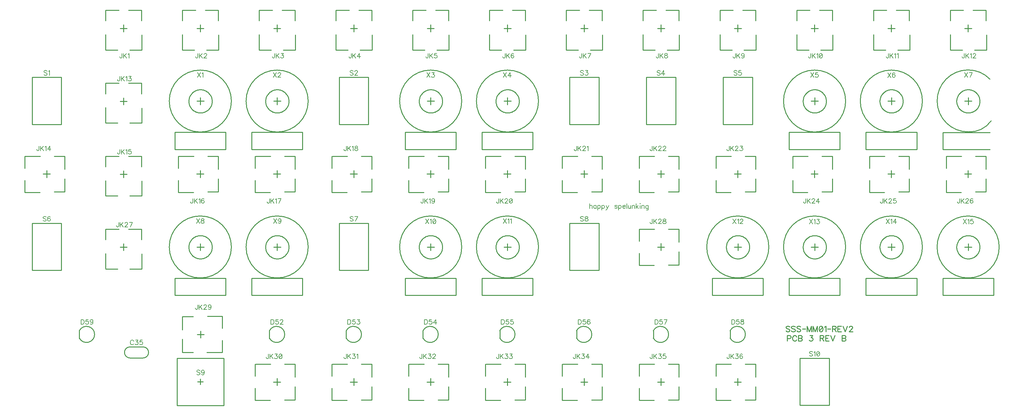
<source format=gbr>
G04 DipTrace 2.4.0.2*
%INTopSilk.gbr*%
%MOIN*%
%ADD10C,0.0098*%
%ADD19C,0.0094*%
%ADD74C,0.0077*%
%ADD75C,0.0093*%
%FSLAX44Y44*%
G04*
G70*
G90*
G75*
G01*
%LNTopSilk*%
%LPD*%
X18777Y9278D2*
D10*
X20176D1*
X18777Y10478D2*
X20176D1*
Y9278D2*
G03X20176Y10478I1J600D01*
G01*
X18777D2*
G03X18777Y9278I-1J-600D01*
G01*
X33788Y11394D2*
Y12232D1*
Y11429D2*
G03X33788Y12219I774J395D01*
G01*
X42056Y11394D2*
Y12232D1*
Y11429D2*
G03X42056Y12219I774J395D01*
G01*
X50324Y11394D2*
Y12232D1*
Y11429D2*
G03X50324Y12219I774J395D01*
G01*
X58591Y11394D2*
Y12232D1*
Y11429D2*
G03X58591Y12219I774J395D01*
G01*
X66859Y11394D2*
Y12232D1*
Y11429D2*
G03X66859Y12219I774J395D01*
G01*
X75127Y11394D2*
Y12232D1*
Y11429D2*
G03X75127Y12219I774J395D01*
G01*
X83395Y11394D2*
Y12232D1*
Y11429D2*
G03X83395Y12219I774J395D01*
G01*
X13316Y11394D2*
Y12232D1*
Y11429D2*
G03X13316Y12219I774J395D01*
G01*
X18453Y44862D2*
X17705D1*
X18079Y45236D2*
Y44488D1*
X20008Y46811D2*
X18591D1*
X20047Y42520D2*
Y44134D1*
X20008Y45669D2*
Y46811D1*
X20047Y42520D2*
X18748D1*
X17449D2*
X16150D1*
Y42559D2*
Y44173D1*
Y45669D2*
Y46811D1*
X17567D2*
X16150D1*
X26721Y44862D2*
X25972D1*
X26346Y45236D2*
Y44488D1*
X28276Y46811D2*
X26858D1*
X28315Y42520D2*
Y44134D1*
X28276Y45669D2*
Y46811D1*
X28315Y42520D2*
X27016D1*
X25716D2*
X24417D1*
Y42559D2*
Y44173D1*
Y45669D2*
Y46811D1*
X25835D2*
X24417D1*
X34988Y44862D2*
X34240D1*
X34614Y45236D2*
Y44488D1*
X36543Y46811D2*
X35126D1*
X36583Y42520D2*
Y44134D1*
X36543Y45669D2*
Y46811D1*
X36583Y42520D2*
X35283D1*
X33984D2*
X32685D1*
Y42559D2*
Y44173D1*
Y45669D2*
Y46811D1*
X34102D2*
X32685D1*
X43256Y44862D2*
X42508D1*
X42882Y45236D2*
Y44488D1*
X44811Y46811D2*
X43394D1*
X44851Y42520D2*
Y44134D1*
X44811Y45669D2*
Y46811D1*
X44851Y42520D2*
X43551D1*
X42252D2*
X40953D1*
Y42559D2*
Y44173D1*
Y45669D2*
Y46811D1*
X42370D2*
X40953D1*
X51524Y44862D2*
X50775D1*
X51149Y45236D2*
Y44488D1*
X53079Y46811D2*
X51662D1*
X53118Y42520D2*
Y44134D1*
X53079Y45669D2*
Y46811D1*
X53118Y42520D2*
X51819D1*
X50520D2*
X49221D1*
Y42559D2*
Y44173D1*
Y45669D2*
Y46811D1*
X50638D2*
X49221D1*
X59792Y44862D2*
X59043D1*
X59417Y45236D2*
Y44488D1*
X61346Y46811D2*
X59929D1*
X61386Y42520D2*
Y44134D1*
X61346Y45669D2*
Y46811D1*
X61386Y42520D2*
X60086D1*
X58787D2*
X57488D1*
Y42559D2*
Y44173D1*
Y45669D2*
Y46811D1*
X58906D2*
X57488D1*
X68059Y44862D2*
X67311D1*
X67685Y45236D2*
Y44488D1*
X69614Y46811D2*
X68197D1*
X69654Y42520D2*
Y44134D1*
X69614Y45669D2*
Y46811D1*
X69654Y42520D2*
X68354D1*
X67055D2*
X65756D1*
Y42559D2*
Y44173D1*
Y45669D2*
Y46811D1*
X67173D2*
X65756D1*
X76327Y44862D2*
X75579D1*
X75953Y45236D2*
Y44488D1*
X77882Y46811D2*
X76465D1*
X77921Y42520D2*
Y44134D1*
X77882Y45669D2*
Y46811D1*
X77921Y42520D2*
X76622D1*
X75323D2*
X74024D1*
Y42559D2*
Y44173D1*
Y45669D2*
Y46811D1*
X75441D2*
X74024D1*
X84595Y44862D2*
X83846D1*
X84220Y45236D2*
Y44488D1*
X86150Y46811D2*
X84732D1*
X86189Y42520D2*
Y44134D1*
X86150Y45669D2*
Y46811D1*
X86189Y42520D2*
X84890D1*
X83591D2*
X82291D1*
Y42559D2*
Y44173D1*
Y45669D2*
Y46811D1*
X83709D2*
X82291D1*
X92862Y44862D2*
X92114D1*
X92488Y45236D2*
Y44488D1*
X94417Y46811D2*
X93000D1*
X94457Y42520D2*
Y44134D1*
X94417Y45669D2*
Y46811D1*
X94457Y42520D2*
X93157D1*
X91858D2*
X90559D1*
Y42559D2*
Y44173D1*
Y45669D2*
Y46811D1*
X91976D2*
X90559D1*
X101130Y44862D2*
X100382D1*
X100756Y45236D2*
Y44488D1*
X102685Y46811D2*
X101268D1*
X102725Y42520D2*
Y44134D1*
X102685Y45669D2*
Y46811D1*
X102725Y42520D2*
X101425D1*
X100126D2*
X98827D1*
Y42559D2*
Y44173D1*
Y45669D2*
Y46811D1*
X100244D2*
X98827D1*
X109398Y44862D2*
X108649D1*
X109023Y45236D2*
Y44488D1*
X110953Y46811D2*
X109536D1*
X110992Y42520D2*
Y44134D1*
X110953Y45669D2*
Y46811D1*
X110992Y42520D2*
X109693D1*
X108394D2*
X107095D1*
Y42559D2*
Y44173D1*
Y45669D2*
Y46811D1*
X108512D2*
X107095D1*
X18453Y36988D2*
X17705D1*
X18079Y37362D2*
Y36614D1*
X20008Y38937D2*
X18591D1*
X20047Y34646D2*
Y36260D1*
X20008Y37795D2*
Y38937D1*
X20047Y34646D2*
X18748D1*
X17449D2*
X16150D1*
Y34685D2*
Y36299D1*
Y37795D2*
Y38937D1*
X17567D2*
X16150D1*
X9791Y28760D2*
Y29508D1*
X10165Y29134D2*
X9418D1*
X11740Y27205D2*
Y28622D1*
X7449Y27165D2*
X9063D1*
X10598Y27205D2*
X11740D1*
X7449Y27165D2*
Y28465D1*
Y29764D2*
Y31063D1*
X7488D2*
X9102D1*
X10598D2*
X11740D1*
Y29646D2*
Y31063D1*
X18453Y29114D2*
X17705D1*
X18079Y29488D2*
Y28740D1*
X20008Y31063D2*
X18591D1*
X20047Y26772D2*
Y28386D1*
X20008Y29921D2*
Y31063D1*
X20047Y26772D2*
X18748D1*
X17449D2*
X16150D1*
Y26811D2*
Y28425D1*
Y29921D2*
Y31063D1*
X17567D2*
X16150D1*
X26327Y28760D2*
Y29508D1*
X26701Y29134D2*
X25953D1*
X28276Y27205D2*
Y28622D1*
X23984Y27165D2*
X25598D1*
X27134Y27205D2*
X28276D1*
X23984Y27165D2*
Y28465D1*
Y29764D2*
Y31063D1*
X24023D2*
X25638D1*
X27134D2*
X28276D1*
Y29646D2*
Y31063D1*
X34595Y28760D2*
Y29508D1*
X34968Y29134D2*
X34221D1*
X36543Y27205D2*
Y28622D1*
X32252Y27165D2*
X33866D1*
X35402Y27205D2*
X36543D1*
X32252Y27165D2*
Y28465D1*
Y29764D2*
Y31063D1*
X32291D2*
X33906D1*
X35402D2*
X36543D1*
Y29646D2*
Y31063D1*
X42862Y28760D2*
Y29508D1*
X43236Y29134D2*
X42488D1*
X44811Y27205D2*
Y28622D1*
X40520Y27165D2*
X42134D1*
X43669Y27205D2*
X44811D1*
X40520Y27165D2*
Y28465D1*
Y29764D2*
Y31063D1*
X40559D2*
X42173D1*
X43669D2*
X44811D1*
Y29646D2*
Y31063D1*
X51130Y28760D2*
Y29508D1*
X51504Y29134D2*
X50756D1*
X53079Y27205D2*
Y28622D1*
X48788Y27165D2*
X50402D1*
X51937Y27205D2*
X53079D1*
X48788Y27165D2*
Y28465D1*
Y29764D2*
Y31063D1*
X48827D2*
X50441D1*
X51937D2*
X53079D1*
Y29646D2*
Y31063D1*
X59398Y28760D2*
Y29508D1*
X59772Y29134D2*
X59024D1*
X61346Y27205D2*
Y28622D1*
X57055Y27165D2*
X58669D1*
X60205Y27205D2*
X61346D1*
X57055Y27165D2*
Y28465D1*
Y29764D2*
Y31063D1*
X57094D2*
X58709D1*
X60205D2*
X61346D1*
Y29646D2*
Y31063D1*
X67665Y28760D2*
Y29508D1*
X68039Y29134D2*
X67292D1*
X69614Y27205D2*
Y28622D1*
X65323Y27165D2*
X66937D1*
X68472Y27205D2*
X69614D1*
X65323Y27165D2*
Y28465D1*
Y29764D2*
Y31063D1*
X65362D2*
X66976D1*
X68472D2*
X69614D1*
Y29646D2*
Y31063D1*
X75933Y28760D2*
Y29508D1*
X76307Y29134D2*
X75559D1*
X77882Y27205D2*
Y28622D1*
X73591Y27165D2*
X75205D1*
X76740Y27205D2*
X77882D1*
X73591Y27165D2*
Y28465D1*
Y29764D2*
Y31063D1*
X73630D2*
X75244D1*
X76740D2*
X77882D1*
Y29646D2*
Y31063D1*
X84201Y28760D2*
Y29508D1*
X84575Y29134D2*
X83827D1*
X86150Y27205D2*
Y28622D1*
X81858Y27165D2*
X83472D1*
X85008Y27205D2*
X86150D1*
X81858Y27165D2*
Y28465D1*
Y29764D2*
Y31063D1*
X81897D2*
X83512D1*
X85008D2*
X86150D1*
Y29646D2*
Y31063D1*
X92469Y28760D2*
Y29508D1*
X92842Y29134D2*
X92095D1*
X94417Y27205D2*
Y28622D1*
X90126Y27165D2*
X91740D1*
X93276Y27205D2*
X94417D1*
X90126Y27165D2*
Y28465D1*
Y29764D2*
Y31063D1*
X90165D2*
X91780D1*
X93276D2*
X94417D1*
Y29646D2*
Y31063D1*
X100736Y28760D2*
Y29508D1*
X101110Y29134D2*
X100362D1*
X102685Y27205D2*
Y28622D1*
X98394Y27165D2*
X100008D1*
X101543Y27205D2*
X102685D1*
X98394Y27165D2*
Y28465D1*
Y29764D2*
Y31063D1*
X98433D2*
X100047D1*
X101543D2*
X102685D1*
Y29646D2*
Y31063D1*
X109004Y28760D2*
Y29508D1*
X109378Y29134D2*
X108630D1*
X110953Y27205D2*
Y28622D1*
X106662Y27165D2*
X108276D1*
X109811Y27205D2*
X110953D1*
X106662Y27165D2*
Y28465D1*
Y29764D2*
Y31063D1*
X106701D2*
X108315D1*
X109811D2*
X110953D1*
Y29646D2*
Y31063D1*
X18453Y21240D2*
X17705D1*
X18079Y21614D2*
Y20866D1*
X20008Y23189D2*
X18591D1*
X20047Y18898D2*
Y20512D1*
X20008Y22047D2*
Y23189D1*
X20047Y18898D2*
X18748D1*
X17449D2*
X16150D1*
Y18937D2*
Y20551D1*
Y22047D2*
Y23189D1*
X17567D2*
X16150D1*
X75933Y20886D2*
Y21634D1*
X76307Y21260D2*
X75559D1*
X77882Y19331D2*
Y20748D1*
X73591Y19291D2*
X75205D1*
X76740Y19331D2*
X77882D1*
X73591Y19291D2*
Y20591D1*
Y21890D2*
Y23189D1*
X73630D2*
X75244D1*
X76740D2*
X77882D1*
Y21772D2*
Y23189D1*
X26366Y12185D2*
Y11437D1*
X25992Y11811D2*
X26740D1*
X24417Y13740D2*
Y12323D1*
X28708Y13780D2*
X27095D1*
X25559Y13740D2*
X24417D1*
X28708Y13780D2*
Y12480D1*
Y11181D2*
Y9882D1*
X28669D2*
X27055D1*
X25559D2*
X24417D1*
Y11299D2*
Y9882D1*
X34595Y6319D2*
Y7067D1*
X34968Y6693D2*
X34221D1*
X36543Y4764D2*
Y6181D1*
X32252Y4724D2*
X33866D1*
X35402Y4764D2*
X36543D1*
X32252Y4724D2*
Y6024D1*
Y7323D2*
Y8622D1*
X32291D2*
X33906D1*
X35402D2*
X36543D1*
Y7205D2*
Y8622D1*
X42862Y6319D2*
Y7067D1*
X43236Y6693D2*
X42488D1*
X44811Y4764D2*
Y6181D1*
X40520Y4724D2*
X42134D1*
X43669Y4764D2*
X44811D1*
X40520Y4724D2*
Y6024D1*
Y7323D2*
Y8622D1*
X40559D2*
X42173D1*
X43669D2*
X44811D1*
Y7205D2*
Y8622D1*
X51130Y6319D2*
Y7067D1*
X51504Y6693D2*
X50756D1*
X53079Y4764D2*
Y6181D1*
X48788Y4724D2*
X50402D1*
X51937Y4764D2*
X53079D1*
X48788Y4724D2*
Y6024D1*
Y7323D2*
Y8622D1*
X48827D2*
X50441D1*
X51937D2*
X53079D1*
Y7205D2*
Y8622D1*
X59398Y6319D2*
Y7067D1*
X59772Y6693D2*
X59024D1*
X61346Y4764D2*
Y6181D1*
X57055Y4724D2*
X58669D1*
X60205Y4764D2*
X61346D1*
X57055Y4724D2*
Y6024D1*
Y7323D2*
Y8622D1*
X57094D2*
X58709D1*
X60205D2*
X61346D1*
Y7205D2*
Y8622D1*
X67665Y6319D2*
Y7067D1*
X68039Y6693D2*
X67292D1*
X69614Y4764D2*
Y6181D1*
X65323Y4724D2*
X66937D1*
X68472Y4764D2*
X69614D1*
X65323Y4724D2*
Y6024D1*
Y7323D2*
Y8622D1*
X65362D2*
X66976D1*
X68472D2*
X69614D1*
Y7205D2*
Y8622D1*
X75933Y6319D2*
Y7067D1*
X76307Y6693D2*
X75559D1*
X77882Y4764D2*
Y6181D1*
X73591Y4724D2*
X75205D1*
X76740Y4764D2*
X77882D1*
X73591Y4724D2*
Y6024D1*
Y7323D2*
Y8622D1*
X73630D2*
X75244D1*
X76740D2*
X77882D1*
Y7205D2*
Y8622D1*
X84201Y6319D2*
Y7067D1*
X84575Y6693D2*
X83827D1*
X86150Y4764D2*
Y6181D1*
X81858Y4724D2*
X83472D1*
X85008Y4764D2*
X86150D1*
X81858Y4724D2*
Y6024D1*
Y7323D2*
Y8622D1*
X81897D2*
X83512D1*
X85008D2*
X86150D1*
Y7205D2*
Y8622D1*
X8236Y39567D2*
X11386D1*
Y34488D1*
X8236D1*
Y39567D1*
X41307D2*
X44457D1*
Y34488D1*
X41307D1*
Y39567D1*
X66110D2*
X69260D1*
Y34488D1*
X66110D1*
Y39567D1*
X74378D2*
X77528D1*
Y34488D1*
X74378D1*
Y39567D1*
X82646D2*
X85795D1*
Y34488D1*
X82646D1*
Y39567D1*
X8236Y23819D2*
X11386D1*
Y18740D1*
X8236D1*
Y23819D1*
X41307D2*
X44457D1*
Y18740D1*
X41307D1*
Y23819D1*
X66110D2*
X69260D1*
Y18740D1*
X66110D1*
Y23819D1*
X23827Y9252D2*
X28866D1*
Y4134D1*
X23827D1*
Y9252D1*
X26346Y7008D2*
Y6418D1*
X26051Y6712D2*
X26642D1*
X90913Y9252D2*
X94063D1*
Y4173D1*
X90913D1*
Y9252D1*
X23001Y37008D2*
G02X23001Y37008I3345J0D01*
G01*
X23614Y33638D2*
X29083D1*
Y31787D1*
X23614D1*
Y33638D1*
X25978Y37005D2*
X26726D1*
X26352Y36631D2*
Y37380D1*
X25106Y36990D2*
X25109Y37077D1*
X25118Y37164D1*
X25133Y37250D1*
X25155Y37335D1*
X25181Y37418D1*
X25214Y37499D1*
X25252Y37577D1*
X25296Y37653D1*
X25345Y37725D1*
X25399Y37794D1*
X25457Y37859D1*
X25520Y37919D1*
X25587Y37976D1*
X25657Y38027D1*
X25731Y38073D1*
X25808Y38114D1*
X25888Y38150D1*
X25970Y38179D1*
X26054Y38203D1*
X26139Y38222D1*
X26225Y38234D1*
X26313Y38240D1*
X26400D1*
X26487Y38234D1*
X26573Y38222D1*
X26659Y38203D1*
X26742Y38179D1*
X26824Y38150D1*
X26904Y38114D1*
X26981Y38073D1*
X27055Y38027D1*
X27126Y37976D1*
X27193Y37919D1*
X27255Y37859D1*
X27314Y37794D1*
X27367Y37725D1*
X27416Y37653D1*
X27460Y37577D1*
X27498Y37499D1*
X27531Y37418D1*
X27558Y37335D1*
X27579Y37250D1*
X27594Y37164D1*
X27603Y37077D1*
X27606Y36990D1*
X27603Y36903D1*
X27594Y36816D1*
X27579Y36730D1*
X27558Y36645D1*
X27531Y36562D1*
X27498Y36481D1*
X27460Y36403D1*
X27416Y36327D1*
X27367Y36255D1*
X27314Y36186D1*
X27255Y36121D1*
X27193Y36061D1*
X27126Y36005D1*
X27055Y35953D1*
X26981Y35907D1*
X26904Y35866D1*
X26824Y35831D1*
X26742Y35801D1*
X26659Y35777D1*
X26573Y35759D1*
X26487Y35746D1*
X26400Y35740D1*
X26313D1*
X26225Y35746D1*
X26139Y35759D1*
X26054Y35777D1*
X25970Y35801D1*
X25888Y35831D1*
X25808Y35866D1*
X25731Y35907D1*
X25657Y35953D1*
X25587Y36005D1*
X25520Y36061D1*
X25457Y36121D1*
X25399Y36186D1*
X25345Y36255D1*
X25296Y36327D1*
X25252Y36403D1*
X25214Y36481D1*
X25181Y36562D1*
X25155Y36645D1*
X25133Y36730D1*
X25118Y36816D1*
X25109Y36903D1*
X25106Y36990D1*
X31269Y37008D2*
G02X31269Y37008I3345J0D01*
G01*
X31882Y33638D2*
X37350D1*
Y31787D1*
X31882D1*
Y33638D1*
X34246Y37005D2*
X34994D1*
X34620Y36631D2*
Y37380D1*
X33374Y36990D2*
X33377Y37077D1*
X33386Y37164D1*
X33401Y37250D1*
X33422Y37335D1*
X33449Y37418D1*
X33482Y37499D1*
X33520Y37577D1*
X33564Y37653D1*
X33613Y37725D1*
X33666Y37794D1*
X33725Y37859D1*
X33787Y37919D1*
X33854Y37976D1*
X33925Y38027D1*
X33999Y38073D1*
X34076Y38114D1*
X34156Y38150D1*
X34238Y38179D1*
X34321Y38203D1*
X34407Y38222D1*
X34493Y38234D1*
X34580Y38240D1*
X34668D1*
X34755Y38234D1*
X34841Y38222D1*
X34926Y38203D1*
X35010Y38179D1*
X35092Y38150D1*
X35172Y38114D1*
X35249Y38073D1*
X35323Y38027D1*
X35393Y37976D1*
X35460Y37919D1*
X35523Y37859D1*
X35581Y37794D1*
X35635Y37725D1*
X35684Y37653D1*
X35728Y37577D1*
X35766Y37499D1*
X35799Y37418D1*
X35826Y37335D1*
X35847Y37250D1*
X35862Y37164D1*
X35871Y37077D1*
X35874Y36990D1*
X35871Y36903D1*
X35862Y36816D1*
X35847Y36730D1*
X35826Y36645D1*
X35799Y36562D1*
X35766Y36481D1*
X35728Y36403D1*
X35684Y36327D1*
X35635Y36255D1*
X35581Y36186D1*
X35523Y36121D1*
X35460Y36061D1*
X35393Y36005D1*
X35323Y35953D1*
X35249Y35907D1*
X35172Y35866D1*
X35092Y35831D1*
X35010Y35801D1*
X34926Y35777D1*
X34841Y35759D1*
X34755Y35746D1*
X34668Y35740D1*
X34580D1*
X34493Y35746D1*
X34407Y35759D1*
X34321Y35777D1*
X34238Y35801D1*
X34156Y35831D1*
X34076Y35866D1*
X33999Y35907D1*
X33925Y35953D1*
X33854Y36005D1*
X33787Y36061D1*
X33725Y36121D1*
X33666Y36186D1*
X33613Y36255D1*
X33564Y36327D1*
X33520Y36403D1*
X33482Y36481D1*
X33449Y36562D1*
X33422Y36645D1*
X33401Y36730D1*
X33386Y36816D1*
X33377Y36903D1*
X33374Y36990D1*
X47805Y37008D2*
G02X47805Y37008I3345J0D01*
G01*
X48417Y33638D2*
X53886D1*
Y31787D1*
X48417D1*
Y33638D1*
X50781Y37005D2*
X51529D1*
X51155Y36631D2*
Y37380D1*
X49909Y36990D2*
X49912Y37077D1*
X49921Y37164D1*
X49937Y37250D1*
X49958Y37335D1*
X49985Y37418D1*
X50017Y37499D1*
X50056Y37577D1*
X50099Y37653D1*
X50148Y37725D1*
X50202Y37794D1*
X50260Y37859D1*
X50323Y37919D1*
X50390Y37976D1*
X50460Y38027D1*
X50534Y38073D1*
X50611Y38114D1*
X50691Y38150D1*
X50773Y38179D1*
X50857Y38203D1*
X50942Y38222D1*
X51029Y38234D1*
X51116Y38240D1*
X51203D1*
X51290Y38234D1*
X51376Y38222D1*
X51462Y38203D1*
X51546Y38179D1*
X51628Y38150D1*
X51707Y38114D1*
X51784Y38073D1*
X51858Y38027D1*
X51929Y37976D1*
X51996Y37919D1*
X52059Y37859D1*
X52117Y37794D1*
X52171Y37725D1*
X52219Y37653D1*
X52263Y37577D1*
X52301Y37499D1*
X52334Y37418D1*
X52361Y37335D1*
X52382Y37250D1*
X52397Y37164D1*
X52406Y37077D1*
X52409Y36990D1*
X52406Y36903D1*
X52397Y36816D1*
X52382Y36730D1*
X52361Y36645D1*
X52334Y36562D1*
X52301Y36481D1*
X52263Y36403D1*
X52219Y36327D1*
X52171Y36255D1*
X52117Y36186D1*
X52059Y36121D1*
X51996Y36061D1*
X51929Y36005D1*
X51858Y35953D1*
X51784Y35907D1*
X51707Y35866D1*
X51628Y35831D1*
X51546Y35801D1*
X51462Y35777D1*
X51376Y35759D1*
X51290Y35746D1*
X51203Y35740D1*
X51116D1*
X51029Y35746D1*
X50942Y35759D1*
X50857Y35777D1*
X50773Y35801D1*
X50691Y35831D1*
X50611Y35866D1*
X50534Y35907D1*
X50460Y35953D1*
X50390Y36005D1*
X50323Y36061D1*
X50260Y36121D1*
X50202Y36186D1*
X50148Y36255D1*
X50099Y36327D1*
X50056Y36403D1*
X50017Y36481D1*
X49985Y36562D1*
X49958Y36645D1*
X49937Y36730D1*
X49921Y36816D1*
X49912Y36903D1*
X49909Y36990D1*
X56072Y37008D2*
G02X56072Y37008I3345J0D01*
G01*
X56685Y33638D2*
X62154D1*
Y31787D1*
X56685D1*
Y33638D1*
X59049Y37005D2*
X59797D1*
X59423Y36631D2*
Y37380D1*
X58177Y36990D2*
X58180Y37077D1*
X58189Y37164D1*
X58204Y37250D1*
X58225Y37335D1*
X58252Y37418D1*
X58285Y37499D1*
X58323Y37577D1*
X58367Y37653D1*
X58416Y37725D1*
X58469Y37794D1*
X58528Y37859D1*
X58591Y37919D1*
X58657Y37976D1*
X58728Y38027D1*
X58802Y38073D1*
X58879Y38114D1*
X58959Y38150D1*
X59041Y38179D1*
X59125Y38203D1*
X59210Y38222D1*
X59296Y38234D1*
X59383Y38240D1*
X59471D1*
X59558Y38234D1*
X59644Y38222D1*
X59729Y38203D1*
X59813Y38179D1*
X59895Y38150D1*
X59975Y38114D1*
X60052Y38073D1*
X60126Y38027D1*
X60197Y37976D1*
X60263Y37919D1*
X60326Y37859D1*
X60385Y37794D1*
X60438Y37725D1*
X60487Y37653D1*
X60531Y37577D1*
X60569Y37499D1*
X60602Y37418D1*
X60629Y37335D1*
X60650Y37250D1*
X60665Y37164D1*
X60674Y37077D1*
X60677Y36990D1*
X60674Y36903D1*
X60665Y36816D1*
X60650Y36730D1*
X60629Y36645D1*
X60602Y36562D1*
X60569Y36481D1*
X60531Y36403D1*
X60487Y36327D1*
X60438Y36255D1*
X60385Y36186D1*
X60326Y36121D1*
X60263Y36061D1*
X60197Y36005D1*
X60126Y35953D1*
X60052Y35907D1*
X59975Y35866D1*
X59895Y35831D1*
X59813Y35801D1*
X59729Y35777D1*
X59644Y35759D1*
X59558Y35746D1*
X59471Y35740D1*
X59383D1*
X59296Y35746D1*
X59210Y35759D1*
X59125Y35777D1*
X59041Y35801D1*
X58959Y35831D1*
X58879Y35866D1*
X58802Y35907D1*
X58728Y35953D1*
X58657Y36005D1*
X58591Y36061D1*
X58528Y36121D1*
X58469Y36186D1*
X58416Y36255D1*
X58367Y36327D1*
X58323Y36403D1*
X58285Y36481D1*
X58252Y36562D1*
X58225Y36645D1*
X58204Y36730D1*
X58189Y36816D1*
X58180Y36903D1*
X58177Y36990D1*
X89143Y37008D2*
G02X89143Y37008I3345J0D01*
G01*
X89756Y33638D2*
X95224D1*
Y31787D1*
X89756D1*
Y33638D1*
X92120Y37005D2*
X92868D1*
X92494Y36631D2*
Y37380D1*
X91248Y36990D2*
X91251Y37077D1*
X91260Y37164D1*
X91275Y37250D1*
X91296Y37335D1*
X91323Y37418D1*
X91356Y37499D1*
X91394Y37577D1*
X91438Y37653D1*
X91487Y37725D1*
X91540Y37794D1*
X91599Y37859D1*
X91661Y37919D1*
X91728Y37976D1*
X91799Y38027D1*
X91873Y38073D1*
X91950Y38114D1*
X92030Y38150D1*
X92112Y38179D1*
X92195Y38203D1*
X92281Y38222D1*
X92367Y38234D1*
X92454Y38240D1*
X92542D1*
X92629Y38234D1*
X92715Y38222D1*
X92800Y38203D1*
X92884Y38179D1*
X92966Y38150D1*
X93046Y38114D1*
X93123Y38073D1*
X93197Y38027D1*
X93268Y37976D1*
X93334Y37919D1*
X93397Y37859D1*
X93455Y37794D1*
X93509Y37725D1*
X93558Y37653D1*
X93602Y37577D1*
X93640Y37499D1*
X93673Y37418D1*
X93700Y37335D1*
X93721Y37250D1*
X93736Y37164D1*
X93745Y37077D1*
X93748Y36990D1*
X93745Y36903D1*
X93736Y36816D1*
X93721Y36730D1*
X93700Y36645D1*
X93673Y36562D1*
X93640Y36481D1*
X93602Y36403D1*
X93558Y36327D1*
X93509Y36255D1*
X93455Y36186D1*
X93397Y36121D1*
X93334Y36061D1*
X93268Y36005D1*
X93197Y35953D1*
X93123Y35907D1*
X93046Y35866D1*
X92966Y35831D1*
X92884Y35801D1*
X92800Y35777D1*
X92715Y35759D1*
X92629Y35746D1*
X92542Y35740D1*
X92454D1*
X92367Y35746D1*
X92281Y35759D1*
X92195Y35777D1*
X92112Y35801D1*
X92030Y35831D1*
X91950Y35866D1*
X91873Y35907D1*
X91799Y35953D1*
X91728Y36005D1*
X91661Y36061D1*
X91599Y36121D1*
X91540Y36186D1*
X91487Y36255D1*
X91438Y36327D1*
X91394Y36403D1*
X91356Y36481D1*
X91323Y36562D1*
X91296Y36645D1*
X91275Y36730D1*
X91260Y36816D1*
X91251Y36903D1*
X91248Y36990D1*
X97411Y37008D2*
G02X97411Y37008I3345J0D01*
G01*
X98024Y33638D2*
X103492D1*
Y31787D1*
X98024D1*
Y33638D1*
X100387Y37005D2*
X101135D1*
X100761Y36631D2*
Y37380D1*
X99516Y36990D2*
X99519Y37077D1*
X99528Y37164D1*
X99543Y37250D1*
X99564Y37335D1*
X99591Y37418D1*
X99624Y37499D1*
X99662Y37577D1*
X99705Y37653D1*
X99754Y37725D1*
X99808Y37794D1*
X99866Y37859D1*
X99929Y37919D1*
X99996Y37976D1*
X100067Y38027D1*
X100141Y38073D1*
X100218Y38114D1*
X100297Y38150D1*
X100379Y38179D1*
X100463Y38203D1*
X100549Y38222D1*
X100635Y38234D1*
X100722Y38240D1*
X100809D1*
X100896Y38234D1*
X100983Y38222D1*
X101068Y38203D1*
X101152Y38179D1*
X101234Y38150D1*
X101314Y38114D1*
X101391Y38073D1*
X101465Y38027D1*
X101535Y37976D1*
X101602Y37919D1*
X101665Y37859D1*
X101723Y37794D1*
X101777Y37725D1*
X101826Y37653D1*
X101869Y37577D1*
X101908Y37499D1*
X101940Y37418D1*
X101967Y37335D1*
X101988Y37250D1*
X102003Y37164D1*
X102013Y37077D1*
X102016Y36990D1*
X102013Y36903D1*
X102003Y36816D1*
X101988Y36730D1*
X101967Y36645D1*
X101940Y36562D1*
X101908Y36481D1*
X101869Y36403D1*
X101826Y36327D1*
X101777Y36255D1*
X101723Y36186D1*
X101665Y36121D1*
X101602Y36061D1*
X101535Y36005D1*
X101465Y35953D1*
X101391Y35907D1*
X101314Y35866D1*
X101234Y35831D1*
X101152Y35801D1*
X101068Y35777D1*
X100983Y35759D1*
X100896Y35746D1*
X100809Y35740D1*
X100722D1*
X100635Y35746D1*
X100549Y35759D1*
X100463Y35777D1*
X100379Y35801D1*
X100297Y35831D1*
X100218Y35866D1*
X100141Y35907D1*
X100067Y35953D1*
X99996Y36005D1*
X99929Y36061D1*
X99866Y36121D1*
X99808Y36186D1*
X99754Y36255D1*
X99705Y36327D1*
X99662Y36403D1*
X99624Y36481D1*
X99591Y36562D1*
X99564Y36645D1*
X99543Y36730D1*
X99528Y36816D1*
X99519Y36903D1*
X99516Y36990D1*
X23001Y21260D2*
G02X23001Y21260I3345J0D01*
G01*
X23614Y17890D2*
X29083D1*
Y16039D1*
X23614D1*
Y17890D1*
X25978Y21257D2*
X26726D1*
X26352Y20883D2*
Y21632D1*
X25106Y21242D2*
X25109Y21329D1*
X25118Y21416D1*
X25133Y21502D1*
X25155Y21587D1*
X25181Y21670D1*
X25214Y21751D1*
X25252Y21829D1*
X25296Y21905D1*
X25345Y21977D1*
X25399Y22046D1*
X25457Y22111D1*
X25520Y22171D1*
X25587Y22227D1*
X25657Y22279D1*
X25731Y22325D1*
X25808Y22366D1*
X25888Y22402D1*
X25970Y22431D1*
X26054Y22455D1*
X26139Y22474D1*
X26225Y22486D1*
X26313Y22492D1*
X26400D1*
X26487Y22486D1*
X26573Y22474D1*
X26659Y22455D1*
X26742Y22431D1*
X26824Y22402D1*
X26904Y22366D1*
X26981Y22325D1*
X27055Y22279D1*
X27126Y22227D1*
X27193Y22171D1*
X27255Y22111D1*
X27314Y22046D1*
X27367Y21977D1*
X27416Y21905D1*
X27460Y21829D1*
X27498Y21751D1*
X27531Y21670D1*
X27558Y21587D1*
X27579Y21502D1*
X27594Y21416D1*
X27603Y21329D1*
X27606Y21242D1*
X27603Y21155D1*
X27594Y21068D1*
X27579Y20982D1*
X27558Y20897D1*
X27531Y20814D1*
X27498Y20733D1*
X27460Y20655D1*
X27416Y20579D1*
X27367Y20507D1*
X27314Y20438D1*
X27255Y20373D1*
X27193Y20313D1*
X27126Y20257D1*
X27055Y20205D1*
X26981Y20159D1*
X26904Y20118D1*
X26824Y20083D1*
X26742Y20053D1*
X26659Y20029D1*
X26573Y20010D1*
X26487Y19998D1*
X26400Y19992D1*
X26313D1*
X26225Y19998D1*
X26139Y20010D1*
X26054Y20029D1*
X25970Y20053D1*
X25888Y20083D1*
X25808Y20118D1*
X25731Y20159D1*
X25657Y20205D1*
X25587Y20257D1*
X25520Y20313D1*
X25457Y20373D1*
X25399Y20438D1*
X25345Y20507D1*
X25296Y20579D1*
X25252Y20655D1*
X25214Y20733D1*
X25181Y20814D1*
X25155Y20897D1*
X25133Y20982D1*
X25118Y21068D1*
X25109Y21155D1*
X25106Y21242D1*
X31269Y21260D2*
G02X31269Y21260I3345J0D01*
G01*
X31882Y17890D2*
X37350D1*
Y16039D1*
X31882D1*
Y17890D1*
X34246Y21257D2*
X34994D1*
X34620Y20883D2*
Y21632D1*
X33374Y21242D2*
X33377Y21329D1*
X33386Y21416D1*
X33401Y21502D1*
X33422Y21587D1*
X33449Y21670D1*
X33482Y21751D1*
X33520Y21829D1*
X33564Y21905D1*
X33613Y21977D1*
X33666Y22046D1*
X33725Y22111D1*
X33787Y22171D1*
X33854Y22227D1*
X33925Y22279D1*
X33999Y22325D1*
X34076Y22366D1*
X34156Y22402D1*
X34238Y22431D1*
X34321Y22455D1*
X34407Y22474D1*
X34493Y22486D1*
X34580Y22492D1*
X34668D1*
X34755Y22486D1*
X34841Y22474D1*
X34926Y22455D1*
X35010Y22431D1*
X35092Y22402D1*
X35172Y22366D1*
X35249Y22325D1*
X35323Y22279D1*
X35393Y22227D1*
X35460Y22171D1*
X35523Y22111D1*
X35581Y22046D1*
X35635Y21977D1*
X35684Y21905D1*
X35728Y21829D1*
X35766Y21751D1*
X35799Y21670D1*
X35826Y21587D1*
X35847Y21502D1*
X35862Y21416D1*
X35871Y21329D1*
X35874Y21242D1*
X35871Y21155D1*
X35862Y21068D1*
X35847Y20982D1*
X35826Y20897D1*
X35799Y20814D1*
X35766Y20733D1*
X35728Y20655D1*
X35684Y20579D1*
X35635Y20507D1*
X35581Y20438D1*
X35523Y20373D1*
X35460Y20313D1*
X35393Y20257D1*
X35323Y20205D1*
X35249Y20159D1*
X35172Y20118D1*
X35092Y20083D1*
X35010Y20053D1*
X34926Y20029D1*
X34841Y20010D1*
X34755Y19998D1*
X34668Y19992D1*
X34580D1*
X34493Y19998D1*
X34407Y20010D1*
X34321Y20029D1*
X34238Y20053D1*
X34156Y20083D1*
X34076Y20118D1*
X33999Y20159D1*
X33925Y20205D1*
X33854Y20257D1*
X33787Y20313D1*
X33725Y20373D1*
X33666Y20438D1*
X33613Y20507D1*
X33564Y20579D1*
X33520Y20655D1*
X33482Y20733D1*
X33449Y20814D1*
X33422Y20897D1*
X33401Y20982D1*
X33386Y21068D1*
X33377Y21155D1*
X33374Y21242D1*
X47805Y21260D2*
G02X47805Y21260I3345J0D01*
G01*
X48417Y17890D2*
X53886D1*
Y16039D1*
X48417D1*
Y17890D1*
X50781Y21257D2*
X51529D1*
X51155Y20883D2*
Y21632D1*
X49909Y21242D2*
X49912Y21329D1*
X49921Y21416D1*
X49937Y21502D1*
X49958Y21587D1*
X49985Y21670D1*
X50017Y21751D1*
X50056Y21829D1*
X50099Y21905D1*
X50148Y21977D1*
X50202Y22046D1*
X50260Y22111D1*
X50323Y22171D1*
X50390Y22227D1*
X50460Y22279D1*
X50534Y22325D1*
X50611Y22366D1*
X50691Y22402D1*
X50773Y22431D1*
X50857Y22455D1*
X50942Y22474D1*
X51029Y22486D1*
X51116Y22492D1*
X51203D1*
X51290Y22486D1*
X51376Y22474D1*
X51462Y22455D1*
X51546Y22431D1*
X51628Y22402D1*
X51707Y22366D1*
X51784Y22325D1*
X51858Y22279D1*
X51929Y22227D1*
X51996Y22171D1*
X52059Y22111D1*
X52117Y22046D1*
X52171Y21977D1*
X52219Y21905D1*
X52263Y21829D1*
X52301Y21751D1*
X52334Y21670D1*
X52361Y21587D1*
X52382Y21502D1*
X52397Y21416D1*
X52406Y21329D1*
X52409Y21242D1*
X52406Y21155D1*
X52397Y21068D1*
X52382Y20982D1*
X52361Y20897D1*
X52334Y20814D1*
X52301Y20733D1*
X52263Y20655D1*
X52219Y20579D1*
X52171Y20507D1*
X52117Y20438D1*
X52059Y20373D1*
X51996Y20313D1*
X51929Y20257D1*
X51858Y20205D1*
X51784Y20159D1*
X51707Y20118D1*
X51628Y20083D1*
X51546Y20053D1*
X51462Y20029D1*
X51376Y20010D1*
X51290Y19998D1*
X51203Y19992D1*
X51116D1*
X51029Y19998D1*
X50942Y20010D1*
X50857Y20029D1*
X50773Y20053D1*
X50691Y20083D1*
X50611Y20118D1*
X50534Y20159D1*
X50460Y20205D1*
X50390Y20257D1*
X50323Y20313D1*
X50260Y20373D1*
X50202Y20438D1*
X50148Y20507D1*
X50099Y20579D1*
X50056Y20655D1*
X50017Y20733D1*
X49985Y20814D1*
X49958Y20897D1*
X49937Y20982D1*
X49921Y21068D1*
X49912Y21155D1*
X49909Y21242D1*
X56072Y21260D2*
G02X56072Y21260I3345J0D01*
G01*
X56685Y17890D2*
X62154D1*
Y16039D1*
X56685D1*
Y17890D1*
X59049Y21257D2*
X59797D1*
X59423Y20883D2*
Y21632D1*
X58177Y21242D2*
X58180Y21329D1*
X58189Y21416D1*
X58204Y21502D1*
X58225Y21587D1*
X58252Y21670D1*
X58285Y21751D1*
X58323Y21829D1*
X58367Y21905D1*
X58416Y21977D1*
X58469Y22046D1*
X58528Y22111D1*
X58591Y22171D1*
X58657Y22227D1*
X58728Y22279D1*
X58802Y22325D1*
X58879Y22366D1*
X58959Y22402D1*
X59041Y22431D1*
X59125Y22455D1*
X59210Y22474D1*
X59296Y22486D1*
X59383Y22492D1*
X59471D1*
X59558Y22486D1*
X59644Y22474D1*
X59729Y22455D1*
X59813Y22431D1*
X59895Y22402D1*
X59975Y22366D1*
X60052Y22325D1*
X60126Y22279D1*
X60197Y22227D1*
X60263Y22171D1*
X60326Y22111D1*
X60385Y22046D1*
X60438Y21977D1*
X60487Y21905D1*
X60531Y21829D1*
X60569Y21751D1*
X60602Y21670D1*
X60629Y21587D1*
X60650Y21502D1*
X60665Y21416D1*
X60674Y21329D1*
X60677Y21242D1*
X60674Y21155D1*
X60665Y21068D1*
X60650Y20982D1*
X60629Y20897D1*
X60602Y20814D1*
X60569Y20733D1*
X60531Y20655D1*
X60487Y20579D1*
X60438Y20507D1*
X60385Y20438D1*
X60326Y20373D1*
X60263Y20313D1*
X60197Y20257D1*
X60126Y20205D1*
X60052Y20159D1*
X59975Y20118D1*
X59895Y20083D1*
X59813Y20053D1*
X59729Y20029D1*
X59644Y20010D1*
X59558Y19998D1*
X59471Y19992D1*
X59383D1*
X59296Y19998D1*
X59210Y20010D1*
X59125Y20029D1*
X59041Y20053D1*
X58959Y20083D1*
X58879Y20118D1*
X58802Y20159D1*
X58728Y20205D1*
X58657Y20257D1*
X58591Y20313D1*
X58528Y20373D1*
X58469Y20438D1*
X58416Y20507D1*
X58367Y20579D1*
X58323Y20655D1*
X58285Y20733D1*
X58252Y20814D1*
X58225Y20897D1*
X58204Y20982D1*
X58189Y21068D1*
X58180Y21155D1*
X58177Y21242D1*
X80875Y21260D2*
G02X80875Y21260I3345J0D01*
G01*
X81488Y17890D2*
X86957D1*
Y16039D1*
X81488D1*
Y17890D1*
X83852Y21257D2*
X84600D1*
X84226Y20883D2*
Y21632D1*
X82980Y21242D2*
X82983Y21329D1*
X82992Y21416D1*
X83007Y21502D1*
X83029Y21587D1*
X83056Y21670D1*
X83088Y21751D1*
X83126Y21829D1*
X83170Y21905D1*
X83219Y21977D1*
X83273Y22046D1*
X83331Y22111D1*
X83394Y22171D1*
X83461Y22227D1*
X83531Y22279D1*
X83605Y22325D1*
X83682Y22366D1*
X83762Y22402D1*
X83844Y22431D1*
X83928Y22455D1*
X84013Y22474D1*
X84100Y22486D1*
X84187Y22492D1*
X84274D1*
X84361Y22486D1*
X84447Y22474D1*
X84533Y22455D1*
X84616Y22431D1*
X84698Y22402D1*
X84778Y22366D1*
X84855Y22325D1*
X84929Y22279D1*
X85000Y22227D1*
X85067Y22171D1*
X85129Y22111D1*
X85188Y22046D1*
X85241Y21977D1*
X85290Y21905D1*
X85334Y21829D1*
X85372Y21751D1*
X85405Y21670D1*
X85432Y21587D1*
X85453Y21502D1*
X85468Y21416D1*
X85477Y21329D1*
X85480Y21242D1*
X85477Y21155D1*
X85468Y21068D1*
X85453Y20982D1*
X85432Y20897D1*
X85405Y20814D1*
X85372Y20733D1*
X85334Y20655D1*
X85290Y20579D1*
X85241Y20507D1*
X85188Y20438D1*
X85129Y20373D1*
X85067Y20313D1*
X85000Y20257D1*
X84929Y20205D1*
X84855Y20159D1*
X84778Y20118D1*
X84698Y20083D1*
X84616Y20053D1*
X84533Y20029D1*
X84447Y20010D1*
X84361Y19998D1*
X84274Y19992D1*
X84187D1*
X84100Y19998D1*
X84013Y20010D1*
X83928Y20029D1*
X83844Y20053D1*
X83762Y20083D1*
X83682Y20118D1*
X83605Y20159D1*
X83531Y20205D1*
X83461Y20257D1*
X83394Y20313D1*
X83331Y20373D1*
X83273Y20438D1*
X83219Y20507D1*
X83170Y20579D1*
X83126Y20655D1*
X83088Y20733D1*
X83056Y20814D1*
X83029Y20897D1*
X83007Y20982D1*
X82992Y21068D1*
X82983Y21155D1*
X82980Y21242D1*
X89143Y21260D2*
G02X89143Y21260I3345J0D01*
G01*
X89756Y17890D2*
X95224D1*
Y16039D1*
X89756D1*
Y17890D1*
X92120Y21257D2*
X92868D1*
X92494Y20883D2*
Y21632D1*
X91248Y21242D2*
X91251Y21329D1*
X91260Y21416D1*
X91275Y21502D1*
X91296Y21587D1*
X91323Y21670D1*
X91356Y21751D1*
X91394Y21829D1*
X91438Y21905D1*
X91487Y21977D1*
X91540Y22046D1*
X91599Y22111D1*
X91661Y22171D1*
X91728Y22227D1*
X91799Y22279D1*
X91873Y22325D1*
X91950Y22366D1*
X92030Y22402D1*
X92112Y22431D1*
X92195Y22455D1*
X92281Y22474D1*
X92367Y22486D1*
X92454Y22492D1*
X92542D1*
X92629Y22486D1*
X92715Y22474D1*
X92800Y22455D1*
X92884Y22431D1*
X92966Y22402D1*
X93046Y22366D1*
X93123Y22325D1*
X93197Y22279D1*
X93268Y22227D1*
X93334Y22171D1*
X93397Y22111D1*
X93455Y22046D1*
X93509Y21977D1*
X93558Y21905D1*
X93602Y21829D1*
X93640Y21751D1*
X93673Y21670D1*
X93700Y21587D1*
X93721Y21502D1*
X93736Y21416D1*
X93745Y21329D1*
X93748Y21242D1*
X93745Y21155D1*
X93736Y21068D1*
X93721Y20982D1*
X93700Y20897D1*
X93673Y20814D1*
X93640Y20733D1*
X93602Y20655D1*
X93558Y20579D1*
X93509Y20507D1*
X93455Y20438D1*
X93397Y20373D1*
X93334Y20313D1*
X93268Y20257D1*
X93197Y20205D1*
X93123Y20159D1*
X93046Y20118D1*
X92966Y20083D1*
X92884Y20053D1*
X92800Y20029D1*
X92715Y20010D1*
X92629Y19998D1*
X92542Y19992D1*
X92454D1*
X92367Y19998D1*
X92281Y20010D1*
X92195Y20029D1*
X92112Y20053D1*
X92030Y20083D1*
X91950Y20118D1*
X91873Y20159D1*
X91799Y20205D1*
X91728Y20257D1*
X91661Y20313D1*
X91599Y20373D1*
X91540Y20438D1*
X91487Y20507D1*
X91438Y20579D1*
X91394Y20655D1*
X91356Y20733D1*
X91323Y20814D1*
X91296Y20897D1*
X91275Y20982D1*
X91260Y21068D1*
X91251Y21155D1*
X91248Y21242D1*
X97411Y21260D2*
G02X97411Y21260I3345J0D01*
G01*
X98024Y17890D2*
X103492D1*
Y16039D1*
X98024D1*
Y17890D1*
X100387Y21257D2*
X101135D1*
X100761Y20883D2*
Y21632D1*
X99516Y21242D2*
X99519Y21329D1*
X99528Y21416D1*
X99543Y21502D1*
X99564Y21587D1*
X99591Y21670D1*
X99624Y21751D1*
X99662Y21829D1*
X99705Y21905D1*
X99754Y21977D1*
X99808Y22046D1*
X99866Y22111D1*
X99929Y22171D1*
X99996Y22227D1*
X100067Y22279D1*
X100141Y22325D1*
X100218Y22366D1*
X100297Y22402D1*
X100379Y22431D1*
X100463Y22455D1*
X100549Y22474D1*
X100635Y22486D1*
X100722Y22492D1*
X100809D1*
X100896Y22486D1*
X100983Y22474D1*
X101068Y22455D1*
X101152Y22431D1*
X101234Y22402D1*
X101314Y22366D1*
X101391Y22325D1*
X101465Y22279D1*
X101535Y22227D1*
X101602Y22171D1*
X101665Y22111D1*
X101723Y22046D1*
X101777Y21977D1*
X101826Y21905D1*
X101869Y21829D1*
X101908Y21751D1*
X101940Y21670D1*
X101967Y21587D1*
X101988Y21502D1*
X102003Y21416D1*
X102013Y21329D1*
X102016Y21242D1*
X102013Y21155D1*
X102003Y21068D1*
X101988Y20982D1*
X101967Y20897D1*
X101940Y20814D1*
X101908Y20733D1*
X101869Y20655D1*
X101826Y20579D1*
X101777Y20507D1*
X101723Y20438D1*
X101665Y20373D1*
X101602Y20313D1*
X101535Y20257D1*
X101465Y20205D1*
X101391Y20159D1*
X101314Y20118D1*
X101234Y20083D1*
X101152Y20053D1*
X101068Y20029D1*
X100983Y20010D1*
X100896Y19998D1*
X100809Y19992D1*
X100722D1*
X100635Y19998D1*
X100549Y20010D1*
X100463Y20029D1*
X100379Y20053D1*
X100297Y20083D1*
X100218Y20118D1*
X100141Y20159D1*
X100067Y20205D1*
X99996Y20257D1*
X99929Y20313D1*
X99866Y20373D1*
X99808Y20438D1*
X99754Y20507D1*
X99705Y20579D1*
X99662Y20655D1*
X99624Y20733D1*
X99591Y20814D1*
X99564Y20897D1*
X99543Y20982D1*
X99528Y21068D1*
X99519Y21155D1*
X99516Y21242D1*
X105679Y21260D2*
G02X105679Y21260I3345J0D01*
G01*
X106291Y17890D2*
X111760D1*
Y16039D1*
X106291D1*
Y17890D1*
X108655Y21257D2*
X109403D1*
X109029Y20883D2*
Y21632D1*
X107783Y21242D2*
X107786Y21329D1*
X107795Y21416D1*
X107811Y21502D1*
X107832Y21587D1*
X107859Y21670D1*
X107891Y21751D1*
X107930Y21829D1*
X107973Y21905D1*
X108022Y21977D1*
X108076Y22046D1*
X108134Y22111D1*
X108197Y22171D1*
X108264Y22227D1*
X108334Y22279D1*
X108408Y22325D1*
X108485Y22366D1*
X108565Y22402D1*
X108647Y22431D1*
X108731Y22455D1*
X108816Y22474D1*
X108903Y22486D1*
X108990Y22492D1*
X109077D1*
X109164Y22486D1*
X109250Y22474D1*
X109336Y22455D1*
X109420Y22431D1*
X109502Y22402D1*
X109581Y22366D1*
X109658Y22325D1*
X109732Y22279D1*
X109803Y22227D1*
X109870Y22171D1*
X109933Y22111D1*
X109991Y22046D1*
X110045Y21977D1*
X110093Y21905D1*
X110137Y21829D1*
X110175Y21751D1*
X110208Y21670D1*
X110235Y21587D1*
X110256Y21502D1*
X110271Y21416D1*
X110280Y21329D1*
X110283Y21242D1*
X110280Y21155D1*
X110271Y21068D1*
X110256Y20982D1*
X110235Y20897D1*
X110208Y20814D1*
X110175Y20733D1*
X110137Y20655D1*
X110093Y20579D1*
X110045Y20507D1*
X109991Y20438D1*
X109933Y20373D1*
X109870Y20313D1*
X109803Y20257D1*
X109732Y20205D1*
X109658Y20159D1*
X109581Y20118D1*
X109502Y20083D1*
X109420Y20053D1*
X109336Y20029D1*
X109250Y20010D1*
X109164Y19998D1*
X109077Y19992D1*
X108990D1*
X108903Y19998D1*
X108816Y20010D1*
X108731Y20029D1*
X108647Y20053D1*
X108565Y20083D1*
X108485Y20118D1*
X108408Y20159D1*
X108334Y20205D1*
X108264Y20257D1*
X108197Y20313D1*
X108134Y20373D1*
X108076Y20438D1*
X108022Y20507D1*
X107973Y20579D1*
X107930Y20655D1*
X107891Y20733D1*
X107859Y20814D1*
X107832Y20897D1*
X107811Y20982D1*
X107795Y21068D1*
X107786Y21155D1*
X107783Y21242D1*
X109000Y40369D2*
D19*
G03X109062Y33682I31J-3344D01*
G01*
X108655Y37005D2*
D10*
X109403D1*
X109029Y36631D2*
Y37380D1*
X107783Y36990D2*
X107786Y37077D1*
X107795Y37164D1*
X107811Y37250D1*
X107832Y37335D1*
X107859Y37418D1*
X107891Y37499D1*
X107930Y37577D1*
X107973Y37653D1*
X108022Y37725D1*
X108076Y37794D1*
X108134Y37859D1*
X108197Y37919D1*
X108264Y37976D1*
X108334Y38027D1*
X108408Y38073D1*
X108485Y38114D1*
X108565Y38150D1*
X108647Y38179D1*
X108731Y38203D1*
X108816Y38222D1*
X108903Y38234D1*
X108990Y38240D1*
X109077D1*
X109164Y38234D1*
X109250Y38222D1*
X109336Y38203D1*
X109420Y38179D1*
X109502Y38150D1*
X109581Y38114D1*
X109658Y38073D1*
X109732Y38027D1*
X109803Y37976D1*
X109870Y37919D1*
X109933Y37859D1*
X109991Y37794D1*
X110045Y37725D1*
X110093Y37653D1*
X110137Y37577D1*
X110175Y37499D1*
X110208Y37418D1*
X110235Y37335D1*
X110256Y37250D1*
X110271Y37164D1*
X110280Y37077D1*
X110283Y36990D1*
X110280Y36903D1*
X110271Y36816D1*
X110256Y36730D1*
X110235Y36645D1*
X110208Y36562D1*
X110175Y36481D1*
X110137Y36403D1*
X110093Y36327D1*
X110045Y36255D1*
X109991Y36186D1*
X109933Y36121D1*
X109870Y36061D1*
X109803Y36005D1*
X109732Y35953D1*
X109658Y35907D1*
X109581Y35866D1*
X109502Y35831D1*
X109420Y35801D1*
X109336Y35777D1*
X109250Y35759D1*
X109164Y35746D1*
X109077Y35740D1*
X108990D1*
X108903Y35746D1*
X108816Y35759D1*
X108731Y35777D1*
X108647Y35801D1*
X108565Y35831D1*
X108485Y35866D1*
X108408Y35907D1*
X108334Y35953D1*
X108264Y36005D1*
X108197Y36061D1*
X108134Y36121D1*
X108076Y36186D1*
X108022Y36255D1*
X107973Y36327D1*
X107930Y36403D1*
X107891Y36481D1*
X107859Y36562D1*
X107832Y36645D1*
X107811Y36730D1*
X107795Y36816D1*
X107786Y36903D1*
X107783Y36990D1*
X109000Y40369D2*
D19*
G02X111375Y39369I41J-3223D01*
G01*
X109062Y33682D2*
G03X111500Y34869I149J2791D01*
G01*
X106312Y33619D2*
X111375D1*
X106303Y33622D2*
Y31787D1*
X106312D2*
X111375D1*
X19166Y11091D2*
D74*
X19143Y11138D1*
X19095Y11186D1*
X19047Y11210D1*
X18951D1*
X18903Y11186D1*
X18856Y11138D1*
X18831Y11091D1*
X18808Y11019D1*
Y10899D1*
X18831Y10828D1*
X18856Y10780D1*
X18903Y10732D1*
X18951Y10708D1*
X19047D1*
X19095Y10732D1*
X19143Y10780D1*
X19166Y10828D1*
X19369Y11210D2*
X19631D1*
X19488Y11018D1*
X19560D1*
X19608Y10995D1*
X19631Y10971D1*
X19656Y10899D1*
Y10851D1*
X19631Y10780D1*
X19584Y10732D1*
X19512Y10708D1*
X19440D1*
X19369Y10732D1*
X19345Y10756D1*
X19321Y10803D1*
X20097Y11210D2*
X19858D1*
X19834Y10995D1*
X19858Y11018D1*
X19930Y11043D1*
X20001D1*
X20073Y11018D1*
X20121Y10971D1*
X20145Y10899D1*
Y10851D1*
X20121Y10780D1*
X20073Y10732D1*
X20001Y10708D1*
X19930D1*
X19858Y10732D1*
X19834Y10756D1*
X19810Y10803D1*
X33953Y13425D2*
Y12923D1*
X34120D1*
X34192Y12947D1*
X34240Y12994D1*
X34264Y13043D1*
X34288Y13114D1*
Y13234D1*
X34264Y13306D1*
X34240Y13353D1*
X34192Y13401D1*
X34120Y13425D1*
X33953D1*
X34729Y13424D2*
X34490D1*
X34467Y13209D1*
X34490Y13233D1*
X34562Y13258D1*
X34633D1*
X34705Y13233D1*
X34753Y13186D1*
X34777Y13114D1*
Y13066D1*
X34753Y12994D1*
X34705Y12946D1*
X34633Y12923D1*
X34562D1*
X34490Y12946D1*
X34467Y12971D1*
X34442Y13018D1*
X34956Y13305D2*
Y13329D1*
X34980Y13377D1*
X35003Y13401D1*
X35051Y13424D1*
X35147D1*
X35195Y13401D1*
X35218Y13377D1*
X35243Y13329D1*
Y13281D1*
X35218Y13233D1*
X35171Y13162D1*
X34932Y12923D1*
X35266D1*
X42221Y13425D2*
Y12923D1*
X42388D1*
X42460Y12947D1*
X42508Y12994D1*
X42532Y13043D1*
X42556Y13114D1*
Y13234D1*
X42532Y13306D1*
X42508Y13353D1*
X42460Y13401D1*
X42388Y13425D1*
X42221D1*
X42997Y13424D2*
X42758D1*
X42734Y13209D1*
X42758Y13233D1*
X42830Y13258D1*
X42901D1*
X42973Y13233D1*
X43021Y13186D1*
X43045Y13114D1*
Y13066D1*
X43021Y12994D1*
X42973Y12946D1*
X42901Y12923D1*
X42830D1*
X42758Y12946D1*
X42734Y12971D1*
X42710Y13018D1*
X43247Y13424D2*
X43510D1*
X43367Y13233D1*
X43439D1*
X43486Y13209D1*
X43510Y13186D1*
X43534Y13114D1*
Y13066D1*
X43510Y12994D1*
X43462Y12946D1*
X43390Y12923D1*
X43319D1*
X43247Y12946D1*
X43224Y12971D1*
X43199Y13018D1*
X50476Y13425D2*
Y12923D1*
X50644D1*
X50716Y12947D1*
X50764Y12994D1*
X50788Y13043D1*
X50811Y13114D1*
Y13234D1*
X50788Y13306D1*
X50764Y13353D1*
X50716Y13401D1*
X50644Y13425D1*
X50476D1*
X51253Y13424D2*
X51014D1*
X50990Y13209D1*
X51014Y13233D1*
X51086Y13258D1*
X51157D1*
X51229Y13233D1*
X51277Y13186D1*
X51301Y13114D1*
Y13066D1*
X51277Y12994D1*
X51229Y12946D1*
X51157Y12923D1*
X51086D1*
X51014Y12946D1*
X50990Y12971D1*
X50966Y13018D1*
X51694Y12923D2*
Y13424D1*
X51455Y13090D1*
X51814D1*
X58756Y13425D2*
Y12923D1*
X58923D1*
X58995Y12947D1*
X59043Y12994D1*
X59067Y13043D1*
X59091Y13114D1*
Y13234D1*
X59067Y13306D1*
X59043Y13353D1*
X58995Y13401D1*
X58923Y13425D1*
X58756D1*
X59532Y13424D2*
X59293D1*
X59270Y13209D1*
X59293Y13233D1*
X59365Y13258D1*
X59437D1*
X59508Y13233D1*
X59556Y13186D1*
X59580Y13114D1*
Y13066D1*
X59556Y12994D1*
X59508Y12946D1*
X59437Y12923D1*
X59365D1*
X59293Y12946D1*
X59270Y12971D1*
X59245Y13018D1*
X60022Y13424D2*
X59783D1*
X59759Y13209D1*
X59783Y13233D1*
X59855Y13258D1*
X59926D1*
X59998Y13233D1*
X60046Y13186D1*
X60070Y13114D1*
Y13066D1*
X60046Y12994D1*
X59998Y12946D1*
X59926Y12923D1*
X59855D1*
X59783Y12946D1*
X59759Y12971D1*
X59735Y13018D1*
X67036Y13425D2*
Y12923D1*
X67203D1*
X67275Y12947D1*
X67323Y12994D1*
X67347Y13043D1*
X67371Y13114D1*
Y13234D1*
X67347Y13306D1*
X67323Y13353D1*
X67275Y13401D1*
X67203Y13425D1*
X67036D1*
X67812Y13424D2*
X67573D1*
X67550Y13209D1*
X67573Y13233D1*
X67645Y13258D1*
X67716D1*
X67788Y13233D1*
X67836Y13186D1*
X67860Y13114D1*
Y13066D1*
X67836Y12994D1*
X67788Y12946D1*
X67716Y12923D1*
X67645D1*
X67573Y12946D1*
X67550Y12971D1*
X67525Y13018D1*
X68301Y13353D2*
X68278Y13401D1*
X68206Y13424D1*
X68158D1*
X68086Y13401D1*
X68038Y13329D1*
X68015Y13209D1*
Y13090D1*
X68038Y12994D1*
X68086Y12946D1*
X68158Y12923D1*
X68182D1*
X68253Y12946D1*
X68301Y12994D1*
X68325Y13066D1*
Y13090D1*
X68301Y13162D1*
X68253Y13209D1*
X68182Y13233D1*
X68158D1*
X68086Y13209D1*
X68038Y13162D1*
X68015Y13090D1*
X75291Y13425D2*
Y12923D1*
X75459D1*
X75531Y12947D1*
X75579Y12994D1*
X75603Y13043D1*
X75626Y13114D1*
Y13234D1*
X75603Y13306D1*
X75579Y13353D1*
X75531Y13401D1*
X75459Y13425D1*
X75291D1*
X76068Y13424D2*
X75829D1*
X75805Y13209D1*
X75829Y13233D1*
X75901Y13258D1*
X75972D1*
X76044Y13233D1*
X76092Y13186D1*
X76116Y13114D1*
Y13066D1*
X76092Y12994D1*
X76044Y12946D1*
X75972Y12923D1*
X75901D1*
X75829Y12946D1*
X75805Y12971D1*
X75781Y13018D1*
X76366Y12923D2*
X76605Y13424D1*
X76270D1*
X83559Y13425D2*
Y12923D1*
X83727D1*
X83799Y12947D1*
X83847Y12994D1*
X83871Y13043D1*
X83894Y13114D1*
Y13234D1*
X83871Y13306D1*
X83847Y13353D1*
X83799Y13401D1*
X83727Y13425D1*
X83559D1*
X84336Y13424D2*
X84097D1*
X84073Y13209D1*
X84097Y13233D1*
X84169Y13258D1*
X84240D1*
X84312Y13233D1*
X84360Y13186D1*
X84384Y13114D1*
Y13066D1*
X84360Y12994D1*
X84312Y12946D1*
X84240Y12923D1*
X84169D1*
X84097Y12946D1*
X84073Y12971D1*
X84049Y13018D1*
X84657Y13424D2*
X84586Y13401D1*
X84562Y13353D1*
Y13305D1*
X84586Y13258D1*
X84634Y13233D1*
X84729Y13209D1*
X84801Y13186D1*
X84849Y13138D1*
X84872Y13090D1*
Y13018D1*
X84849Y12971D1*
X84825Y12946D1*
X84753Y12923D1*
X84657D1*
X84586Y12946D1*
X84562Y12971D1*
X84538Y13018D1*
Y13090D1*
X84562Y13138D1*
X84610Y13186D1*
X84681Y13209D1*
X84777Y13233D1*
X84825Y13258D1*
X84849Y13305D1*
Y13353D1*
X84825Y13401D1*
X84753Y13424D1*
X84657D1*
X13492Y13425D2*
Y12923D1*
X13660D1*
X13732Y12947D1*
X13780Y12994D1*
X13803Y13043D1*
X13827Y13114D1*
Y13234D1*
X13803Y13306D1*
X13780Y13353D1*
X13732Y13401D1*
X13660Y13425D1*
X13492D1*
X14268Y13424D2*
X14030D1*
X14006Y13209D1*
X14030Y13233D1*
X14102Y13258D1*
X14173D1*
X14245Y13233D1*
X14293Y13186D1*
X14317Y13114D1*
Y13066D1*
X14293Y12994D1*
X14245Y12946D1*
X14173Y12923D1*
X14102D1*
X14030Y12946D1*
X14006Y12971D1*
X13982Y13018D1*
X14782Y13258D2*
X14758Y13186D1*
X14710Y13138D1*
X14638Y13114D1*
X14615D1*
X14543Y13138D1*
X14495Y13186D1*
X14471Y13258D1*
Y13281D1*
X14495Y13353D1*
X14543Y13401D1*
X14615Y13424D1*
X14638D1*
X14710Y13401D1*
X14758Y13353D1*
X14782Y13258D1*
Y13138D1*
X14758Y13018D1*
X14710Y12946D1*
X14638Y12923D1*
X14591D1*
X14519Y12946D1*
X14495Y12994D1*
X17915Y42153D2*
Y41771D1*
X17891Y41699D1*
X17867Y41675D1*
X17819Y41651D1*
X17771D1*
X17724Y41675D1*
X17700Y41699D1*
X17676Y41771D1*
Y41818D1*
X18069Y42153D2*
Y41651D1*
X18404Y42153D2*
X18069Y41818D1*
X18189Y41938D2*
X18404Y41651D1*
X18559Y42057D2*
X18607Y42081D1*
X18679Y42153D1*
Y41651D1*
X26075Y42153D2*
Y41771D1*
X26051Y41699D1*
X26027Y41675D1*
X25980Y41651D1*
X25932D1*
X25884Y41675D1*
X25860Y41699D1*
X25836Y41771D1*
Y41818D1*
X26230Y42153D2*
Y41651D1*
X26565Y42153D2*
X26230Y41818D1*
X26349Y41938D2*
X26565Y41651D1*
X26743Y42033D2*
Y42057D1*
X26767Y42105D1*
X26791Y42129D1*
X26839Y42153D1*
X26934D1*
X26982Y42129D1*
X27006Y42105D1*
X27030Y42057D1*
Y42010D1*
X27006Y41961D1*
X26958Y41890D1*
X26719Y41651D1*
X27054D1*
X34343Y42153D2*
Y41771D1*
X34319Y41699D1*
X34295Y41675D1*
X34247Y41651D1*
X34199D1*
X34152Y41675D1*
X34128Y41699D1*
X34104Y41771D1*
Y41818D1*
X34497Y42153D2*
Y41651D1*
X34832Y42153D2*
X34497Y41818D1*
X34617Y41938D2*
X34832Y41651D1*
X35035Y42153D2*
X35297D1*
X35154Y41961D1*
X35226D1*
X35273Y41938D1*
X35297Y41914D1*
X35322Y41842D1*
Y41795D1*
X35297Y41723D1*
X35250Y41675D1*
X35178Y41651D1*
X35106D1*
X35035Y41675D1*
X35011Y41699D1*
X34987Y41746D1*
X42599Y42153D2*
Y41771D1*
X42575Y41699D1*
X42551Y41675D1*
X42503Y41651D1*
X42455D1*
X42408Y41675D1*
X42384Y41699D1*
X42359Y41771D1*
Y41818D1*
X42753Y42153D2*
Y41651D1*
X43088Y42153D2*
X42753Y41818D1*
X42873Y41938D2*
X43088Y41651D1*
X43482D2*
Y42153D1*
X43242Y41818D1*
X43601D1*
X50878Y42153D2*
Y41771D1*
X50855Y41699D1*
X50830Y41675D1*
X50783Y41651D1*
X50735D1*
X50687Y41675D1*
X50663Y41699D1*
X50639Y41771D1*
Y41818D1*
X51033Y42153D2*
Y41651D1*
X51368Y42153D2*
X51033Y41818D1*
X51152Y41938D2*
X51368Y41651D1*
X51809Y42153D2*
X51570D1*
X51546Y41938D1*
X51570Y41961D1*
X51642Y41986D1*
X51713D1*
X51785Y41961D1*
X51833Y41914D1*
X51857Y41842D1*
Y41795D1*
X51833Y41723D1*
X51785Y41675D1*
X51713Y41651D1*
X51642D1*
X51570Y41675D1*
X51546Y41699D1*
X51522Y41746D1*
X59158Y42153D2*
Y41771D1*
X59134Y41699D1*
X59110Y41675D1*
X59063Y41651D1*
X59015D1*
X58967Y41675D1*
X58943Y41699D1*
X58919Y41771D1*
Y41818D1*
X59313Y42153D2*
Y41651D1*
X59648Y42153D2*
X59313Y41818D1*
X59432Y41938D2*
X59648Y41651D1*
X60089Y42081D2*
X60065Y42129D1*
X59993Y42153D1*
X59946D1*
X59874Y42129D1*
X59826Y42057D1*
X59802Y41938D1*
Y41818D1*
X59826Y41723D1*
X59874Y41675D1*
X59946Y41651D1*
X59969D1*
X60041Y41675D1*
X60089Y41723D1*
X60113Y41795D1*
Y41818D1*
X60089Y41890D1*
X60041Y41938D1*
X59969Y41961D1*
X59946D1*
X59874Y41938D1*
X59826Y41890D1*
X59802Y41818D1*
X67414Y42153D2*
Y41771D1*
X67390Y41699D1*
X67366Y41675D1*
X67318Y41651D1*
X67270D1*
X67223Y41675D1*
X67199Y41699D1*
X67174Y41771D1*
Y41818D1*
X67568Y42153D2*
Y41651D1*
X67903Y42153D2*
X67568Y41818D1*
X67688Y41938D2*
X67903Y41651D1*
X68153D2*
X68392Y42153D1*
X68058D1*
X75682D2*
Y41771D1*
X75658Y41699D1*
X75634Y41675D1*
X75586Y41651D1*
X75538D1*
X75491Y41675D1*
X75467Y41699D1*
X75442Y41771D1*
Y41818D1*
X75836Y42153D2*
Y41651D1*
X76171Y42153D2*
X75836Y41818D1*
X75956Y41938D2*
X76171Y41651D1*
X76445Y42153D2*
X76374Y42129D1*
X76349Y42081D1*
Y42033D1*
X76374Y41986D1*
X76421Y41961D1*
X76517Y41938D1*
X76589Y41914D1*
X76636Y41866D1*
X76660Y41818D1*
Y41746D1*
X76636Y41699D1*
X76612Y41675D1*
X76541Y41651D1*
X76445D1*
X76374Y41675D1*
X76349Y41699D1*
X76326Y41746D1*
Y41818D1*
X76349Y41866D1*
X76397Y41914D1*
X76469Y41938D1*
X76564Y41961D1*
X76612Y41986D1*
X76636Y42033D1*
Y42081D1*
X76612Y42129D1*
X76541Y42153D1*
X76445D1*
X83961D2*
Y41771D1*
X83937Y41699D1*
X83913Y41675D1*
X83865Y41651D1*
X83817D1*
X83770Y41675D1*
X83746Y41699D1*
X83722Y41771D1*
Y41818D1*
X84116Y42153D2*
Y41651D1*
X84450Y42153D2*
X84116Y41818D1*
X84235Y41938D2*
X84450Y41651D1*
X84916Y41986D2*
X84892Y41914D1*
X84844Y41866D1*
X84772Y41842D1*
X84749D1*
X84677Y41866D1*
X84629Y41914D1*
X84605Y41986D1*
Y42010D1*
X84629Y42081D1*
X84677Y42129D1*
X84749Y42153D1*
X84772D1*
X84844Y42129D1*
X84892Y42081D1*
X84916Y41986D1*
Y41866D1*
X84892Y41746D1*
X84844Y41675D1*
X84772Y41651D1*
X84725D1*
X84653Y41675D1*
X84629Y41723D1*
X92080Y42153D2*
Y41771D1*
X92056Y41699D1*
X92032Y41675D1*
X91984Y41651D1*
X91936D1*
X91889Y41675D1*
X91865Y41699D1*
X91840Y41771D1*
Y41818D1*
X92234Y42153D2*
Y41651D1*
X92569Y42153D2*
X92234Y41818D1*
X92354Y41938D2*
X92569Y41651D1*
X92724Y42057D2*
X92772Y42081D1*
X92843Y42153D1*
Y41651D1*
X93142Y42153D2*
X93070Y42129D1*
X93022Y42057D1*
X92998Y41938D1*
Y41866D1*
X93022Y41746D1*
X93070Y41675D1*
X93142Y41651D1*
X93189D1*
X93261Y41675D1*
X93308Y41746D1*
X93333Y41866D1*
Y41938D1*
X93308Y42057D1*
X93261Y42129D1*
X93189Y42153D1*
X93142D1*
X93308Y42057D2*
X93022Y41746D1*
X100455Y42153D2*
Y41771D1*
X100431Y41699D1*
X100407Y41675D1*
X100359Y41651D1*
X100311D1*
X100264Y41675D1*
X100240Y41699D1*
X100216Y41771D1*
Y41818D1*
X100609Y42153D2*
Y41651D1*
X100944Y42153D2*
X100609Y41818D1*
X100729Y41938D2*
X100944Y41651D1*
X101099Y42057D2*
X101147Y42081D1*
X101219Y42153D1*
Y41651D1*
X101373Y42057D2*
X101421Y42081D1*
X101493Y42153D1*
Y41651D1*
X108615Y42153D2*
Y41771D1*
X108591Y41699D1*
X108567Y41675D1*
X108520Y41651D1*
X108472D1*
X108424Y41675D1*
X108400Y41699D1*
X108376Y41771D1*
Y41818D1*
X108770Y42153D2*
Y41651D1*
X109105Y42153D2*
X108770Y41818D1*
X108889Y41938D2*
X109105Y41651D1*
X109259Y42057D2*
X109307Y42081D1*
X109379Y42153D1*
Y41651D1*
X109558Y42033D2*
Y42057D1*
X109581Y42105D1*
X109605Y42129D1*
X109653Y42153D1*
X109749D1*
X109796Y42129D1*
X109820Y42105D1*
X109844Y42057D1*
Y42010D1*
X109820Y41961D1*
X109773Y41890D1*
X109533Y41651D1*
X109868D1*
X17670Y39669D2*
Y39287D1*
X17647Y39215D1*
X17622Y39191D1*
X17575Y39167D1*
X17527D1*
X17479Y39191D1*
X17455Y39215D1*
X17431Y39287D1*
Y39334D1*
X17825Y39669D2*
Y39167D1*
X18160Y39669D2*
X17825Y39334D1*
X17944Y39454D2*
X18160Y39167D1*
X18314Y39573D2*
X18362Y39597D1*
X18434Y39669D1*
Y39167D1*
X18636Y39669D2*
X18899D1*
X18756Y39477D1*
X18828D1*
X18875Y39454D1*
X18899Y39430D1*
X18923Y39358D1*
Y39311D1*
X18899Y39239D1*
X18851Y39191D1*
X18780Y39167D1*
X18708D1*
X18636Y39191D1*
X18613Y39215D1*
X18588Y39262D1*
X8977Y32150D2*
Y31767D1*
X8954Y31695D1*
X8929Y31671D1*
X8882Y31647D1*
X8834D1*
X8786Y31671D1*
X8762Y31695D1*
X8738Y31767D1*
Y31815D1*
X9132Y32150D2*
Y31647D1*
X9467Y32150D2*
X9132Y31815D1*
X9251Y31935D2*
X9467Y31647D1*
X9621Y32053D2*
X9669Y32078D1*
X9741Y32149D1*
Y31647D1*
X10135D2*
Y32149D1*
X9895Y31815D1*
X10254D1*
X17670Y31795D2*
Y31413D1*
X17647Y31341D1*
X17622Y31317D1*
X17575Y31293D1*
X17527D1*
X17479Y31317D1*
X17455Y31341D1*
X17431Y31413D1*
Y31460D1*
X17825Y31795D2*
Y31293D1*
X18160Y31795D2*
X17825Y31460D1*
X17944Y31580D2*
X18160Y31293D1*
X18314Y31699D2*
X18362Y31723D1*
X18434Y31795D1*
Y31293D1*
X18875Y31795D2*
X18636D1*
X18613Y31580D1*
X18636Y31603D1*
X18708Y31628D1*
X18780D1*
X18851Y31603D1*
X18900Y31556D1*
X18923Y31484D1*
Y31437D1*
X18900Y31365D1*
X18851Y31317D1*
X18780Y31293D1*
X18708D1*
X18636Y31317D1*
X18613Y31341D1*
X18588Y31388D1*
X25537Y26484D2*
Y26101D1*
X25513Y26030D1*
X25489Y26006D1*
X25441Y25982D1*
X25393D1*
X25346Y26006D1*
X25322Y26030D1*
X25298Y26101D1*
Y26149D1*
X25691Y26484D2*
Y25982D1*
X26026Y26484D2*
X25691Y26149D1*
X25811Y26269D2*
X26026Y25982D1*
X26181Y26388D2*
X26229Y26412D1*
X26300Y26483D1*
Y25982D1*
X26742Y26412D2*
X26718Y26460D1*
X26646Y26483D1*
X26599D1*
X26527Y26460D1*
X26479Y26388D1*
X26455Y26268D1*
Y26149D1*
X26479Y26053D1*
X26527Y26005D1*
X26599Y25982D1*
X26622D1*
X26694Y26005D1*
X26742Y26053D1*
X26765Y26125D1*
Y26149D1*
X26742Y26221D1*
X26694Y26268D1*
X26622Y26292D1*
X26599D1*
X26527Y26268D1*
X26479Y26221D1*
X26455Y26149D1*
X33792Y26484D2*
Y26101D1*
X33769Y26030D1*
X33744Y26006D1*
X33697Y25982D1*
X33649D1*
X33601Y26006D1*
X33577Y26030D1*
X33553Y26101D1*
Y26149D1*
X33947Y26484D2*
Y25982D1*
X34282Y26484D2*
X33947Y26149D1*
X34066Y26269D2*
X34282Y25982D1*
X34436Y26388D2*
X34484Y26412D1*
X34556Y26483D1*
Y25982D1*
X34806D2*
X35045Y26483D1*
X34710D1*
X42060Y32150D2*
Y31767D1*
X42037Y31695D1*
X42012Y31671D1*
X41965Y31647D1*
X41917D1*
X41869Y31671D1*
X41845Y31695D1*
X41821Y31767D1*
Y31815D1*
X42215Y32150D2*
Y31647D1*
X42550Y32150D2*
X42215Y31815D1*
X42334Y31935D2*
X42550Y31647D1*
X42704Y32053D2*
X42752Y32078D1*
X42824Y32149D1*
Y31647D1*
X43098Y32149D2*
X43027Y32125D1*
X43002Y32078D1*
Y32030D1*
X43027Y31982D1*
X43074Y31958D1*
X43170Y31934D1*
X43242Y31910D1*
X43289Y31862D1*
X43313Y31815D1*
Y31743D1*
X43289Y31695D1*
X43265Y31671D1*
X43193Y31647D1*
X43098D1*
X43027Y31671D1*
X43002Y31695D1*
X42978Y31743D1*
Y31815D1*
X43002Y31862D1*
X43050Y31910D1*
X43122Y31934D1*
X43217Y31958D1*
X43265Y31982D1*
X43289Y32030D1*
Y32078D1*
X43265Y32125D1*
X43193Y32149D1*
X43098D1*
X50340Y26484D2*
Y26101D1*
X50316Y26030D1*
X50292Y26006D1*
X50244Y25982D1*
X50196D1*
X50148Y26006D1*
X50125Y26030D1*
X50100Y26101D1*
Y26149D1*
X50494Y26484D2*
Y25982D1*
X50829Y26484D2*
X50494Y26149D1*
X50613Y26269D2*
X50829Y25982D1*
X50983Y26388D2*
X51032Y26412D1*
X51103Y26483D1*
Y25982D1*
X51569Y26316D2*
X51545Y26245D1*
X51497Y26197D1*
X51425Y26173D1*
X51401D1*
X51330Y26197D1*
X51282Y26245D1*
X51258Y26316D1*
Y26340D1*
X51282Y26412D1*
X51330Y26460D1*
X51401Y26483D1*
X51425D1*
X51497Y26460D1*
X51545Y26412D1*
X51569Y26316D1*
Y26197D1*
X51545Y26077D1*
X51497Y26005D1*
X51425Y25982D1*
X51378D1*
X51306Y26005D1*
X51282Y26053D1*
X58488Y26484D2*
Y26101D1*
X58464Y26030D1*
X58440Y26006D1*
X58392Y25982D1*
X58344D1*
X58297Y26006D1*
X58273Y26030D1*
X58249Y26101D1*
Y26149D1*
X58642Y26484D2*
Y25982D1*
X58977Y26484D2*
X58642Y26149D1*
X58762Y26269D2*
X58977Y25982D1*
X59156Y26364D2*
Y26388D1*
X59180Y26436D1*
X59204Y26460D1*
X59252Y26483D1*
X59347D1*
X59395Y26460D1*
X59419Y26436D1*
X59443Y26388D1*
Y26340D1*
X59419Y26292D1*
X59371Y26221D1*
X59132Y25982D1*
X59467D1*
X59765Y26483D2*
X59693Y26460D1*
X59645Y26388D1*
X59621Y26268D1*
Y26197D1*
X59645Y26077D1*
X59693Y26005D1*
X59765Y25982D1*
X59812D1*
X59884Y26005D1*
X59932Y26077D1*
X59956Y26197D1*
Y26268D1*
X59932Y26388D1*
X59884Y26460D1*
X59812Y26483D1*
X59765D1*
X59932Y26388D2*
X59645Y26077D1*
X66863Y32150D2*
Y31767D1*
X66839Y31695D1*
X66815Y31671D1*
X66768Y31647D1*
X66720D1*
X66672Y31671D1*
X66648Y31695D1*
X66624Y31767D1*
Y31815D1*
X67018Y32150D2*
Y31647D1*
X67353Y32150D2*
X67018Y31815D1*
X67137Y31935D2*
X67353Y31647D1*
X67531Y32030D2*
Y32053D1*
X67555Y32101D1*
X67579Y32125D1*
X67627Y32149D1*
X67723D1*
X67770Y32125D1*
X67794Y32101D1*
X67818Y32053D1*
Y32006D1*
X67794Y31958D1*
X67746Y31886D1*
X67507Y31647D1*
X67842D1*
X67996Y32053D2*
X68044Y32078D1*
X68116Y32149D1*
Y31647D1*
X75023Y32150D2*
Y31767D1*
X75000Y31695D1*
X74975Y31671D1*
X74928Y31647D1*
X74880D1*
X74832Y31671D1*
X74808Y31695D1*
X74784Y31767D1*
Y31815D1*
X75178Y32150D2*
Y31647D1*
X75513Y32150D2*
X75178Y31815D1*
X75297Y31935D2*
X75513Y31647D1*
X75692Y32030D2*
Y32053D1*
X75715Y32101D1*
X75739Y32125D1*
X75787Y32149D1*
X75883D1*
X75930Y32125D1*
X75954Y32101D1*
X75978Y32053D1*
Y32006D1*
X75954Y31958D1*
X75907Y31886D1*
X75667Y31647D1*
X76002D1*
X76181Y32030D2*
Y32053D1*
X76205Y32101D1*
X76228Y32125D1*
X76276Y32149D1*
X76372D1*
X76420Y32125D1*
X76443Y32101D1*
X76468Y32053D1*
Y32006D1*
X76443Y31958D1*
X76396Y31886D1*
X76157Y31647D1*
X76491D1*
X83291Y32150D2*
Y31767D1*
X83267Y31695D1*
X83243Y31671D1*
X83196Y31647D1*
X83147D1*
X83100Y31671D1*
X83076Y31695D1*
X83052Y31767D1*
Y31815D1*
X83446Y32150D2*
Y31647D1*
X83781Y32150D2*
X83446Y31815D1*
X83565Y31935D2*
X83781Y31647D1*
X83959Y32030D2*
Y32053D1*
X83983Y32101D1*
X84007Y32125D1*
X84055Y32149D1*
X84150D1*
X84198Y32125D1*
X84222Y32101D1*
X84246Y32053D1*
Y32006D1*
X84222Y31958D1*
X84174Y31886D1*
X83935Y31647D1*
X84270D1*
X84472Y32149D2*
X84735D1*
X84592Y31958D1*
X84664D1*
X84711Y31934D1*
X84735Y31910D1*
X84759Y31838D1*
Y31791D1*
X84735Y31719D1*
X84687Y31671D1*
X84615Y31647D1*
X84544D1*
X84472Y31671D1*
X84449Y31695D1*
X84424Y31743D1*
X91547Y26484D2*
Y26101D1*
X91523Y26030D1*
X91499Y26006D1*
X91451Y25982D1*
X91403D1*
X91356Y26006D1*
X91332Y26030D1*
X91308Y26101D1*
Y26149D1*
X91701Y26484D2*
Y25982D1*
X92036Y26484D2*
X91701Y26149D1*
X91821Y26269D2*
X92036Y25982D1*
X92215Y26364D2*
Y26388D1*
X92239Y26436D1*
X92263Y26460D1*
X92311Y26483D1*
X92406D1*
X92454Y26460D1*
X92478Y26436D1*
X92502Y26388D1*
Y26340D1*
X92478Y26292D1*
X92430Y26221D1*
X92191Y25982D1*
X92526D1*
X92919D2*
Y26483D1*
X92680Y26149D1*
X93039D1*
X99827Y26484D2*
Y26101D1*
X99803Y26030D1*
X99779Y26006D1*
X99731Y25982D1*
X99683D1*
X99635Y26006D1*
X99612Y26030D1*
X99587Y26101D1*
Y26149D1*
X99981Y26484D2*
Y25982D1*
X100316Y26484D2*
X99981Y26149D1*
X100100Y26269D2*
X100316Y25982D1*
X100495Y26364D2*
Y26388D1*
X100518Y26436D1*
X100542Y26460D1*
X100590Y26483D1*
X100686D1*
X100733Y26460D1*
X100757Y26436D1*
X100782Y26388D1*
Y26340D1*
X100757Y26292D1*
X100710Y26221D1*
X100470Y25982D1*
X100805D1*
X101247Y26483D2*
X101008D1*
X100984Y26268D1*
X101008Y26292D1*
X101080Y26316D1*
X101151D1*
X101223Y26292D1*
X101271Y26245D1*
X101295Y26173D1*
Y26125D1*
X101271Y26053D1*
X101223Y26005D1*
X101151Y25982D1*
X101080D1*
X101008Y26005D1*
X100984Y26030D1*
X100960Y26077D1*
X108106Y26484D2*
Y26101D1*
X108083Y26030D1*
X108058Y26006D1*
X108011Y25982D1*
X107963D1*
X107915Y26006D1*
X107891Y26030D1*
X107867Y26101D1*
Y26149D1*
X108261Y26484D2*
Y25982D1*
X108596Y26484D2*
X108261Y26149D1*
X108380Y26269D2*
X108596Y25982D1*
X108775Y26364D2*
Y26388D1*
X108798Y26436D1*
X108822Y26460D1*
X108870Y26483D1*
X108966D1*
X109013Y26460D1*
X109037Y26436D1*
X109061Y26388D1*
Y26340D1*
X109037Y26292D1*
X108990Y26221D1*
X108750Y25982D1*
X109085D1*
X109526Y26412D2*
X109503Y26460D1*
X109431Y26483D1*
X109383D1*
X109311Y26460D1*
X109263Y26388D1*
X109240Y26268D1*
Y26149D1*
X109263Y26053D1*
X109311Y26005D1*
X109383Y25982D1*
X109407D1*
X109478Y26005D1*
X109526Y26053D1*
X109550Y26125D1*
Y26149D1*
X109526Y26221D1*
X109478Y26268D1*
X109407Y26292D1*
X109383D1*
X109311Y26268D1*
X109263Y26221D1*
X109240Y26149D1*
X17563Y23921D2*
Y23539D1*
X17539Y23467D1*
X17515Y23443D1*
X17467Y23419D1*
X17419D1*
X17372Y23443D1*
X17348Y23467D1*
X17324Y23539D1*
Y23586D1*
X17717Y23921D2*
Y23419D1*
X18052Y23921D2*
X17717Y23586D1*
X17837Y23706D2*
X18052Y23419D1*
X18231Y23801D2*
Y23825D1*
X18255Y23873D1*
X18278Y23897D1*
X18326Y23921D1*
X18422D1*
X18470Y23897D1*
X18493Y23873D1*
X18518Y23825D1*
Y23778D1*
X18493Y23729D1*
X18446Y23658D1*
X18207Y23419D1*
X18541D1*
X18791D2*
X19031Y23921D1*
X18696D1*
X75024Y24276D2*
Y23893D1*
X75000Y23821D1*
X74976Y23797D1*
X74928Y23773D1*
X74880D1*
X74833Y23797D1*
X74809Y23821D1*
X74784Y23893D1*
Y23941D1*
X75178Y24276D2*
Y23773D1*
X75513Y24276D2*
X75178Y23941D1*
X75298Y24061D2*
X75513Y23773D1*
X75692Y24156D2*
Y24179D1*
X75716Y24227D1*
X75739Y24251D1*
X75787Y24275D1*
X75883D1*
X75931Y24251D1*
X75954Y24227D1*
X75979Y24179D1*
Y24132D1*
X75954Y24084D1*
X75907Y24012D1*
X75667Y23773D1*
X76002D1*
X76276Y24275D2*
X76205Y24251D1*
X76181Y24204D1*
Y24156D1*
X76205Y24108D1*
X76252Y24084D1*
X76348Y24060D1*
X76420Y24036D1*
X76467Y23988D1*
X76491Y23941D1*
Y23869D1*
X76467Y23821D1*
X76444Y23797D1*
X76372Y23773D1*
X76276D1*
X76205Y23797D1*
X76181Y23821D1*
X76157Y23869D1*
Y23941D1*
X76181Y23988D1*
X76229Y24036D1*
X76300Y24060D1*
X76396Y24084D1*
X76444Y24108D1*
X76467Y24156D1*
Y24204D1*
X76444Y24251D1*
X76372Y24275D1*
X76276D1*
X26059Y15024D2*
Y14641D1*
X26035Y14569D1*
X26011Y14545D1*
X25963Y14521D1*
X25915D1*
X25868Y14545D1*
X25844Y14569D1*
X25820Y14641D1*
Y14689D1*
X26213Y15024D2*
Y14521D1*
X26548Y15024D2*
X26213Y14689D1*
X26333Y14809D2*
X26548Y14521D1*
X26727Y14904D2*
Y14927D1*
X26751Y14975D1*
X26775Y14999D1*
X26823Y15023D1*
X26918D1*
X26966Y14999D1*
X26990Y14975D1*
X27014Y14927D1*
Y14880D1*
X26990Y14832D1*
X26942Y14760D1*
X26703Y14521D1*
X27038D1*
X27503Y14856D2*
X27479Y14784D1*
X27431Y14736D1*
X27359Y14712D1*
X27336D1*
X27264Y14736D1*
X27216Y14784D1*
X27192Y14856D1*
Y14880D1*
X27216Y14952D1*
X27264Y14999D1*
X27336Y15023D1*
X27359D1*
X27431Y14999D1*
X27479Y14952D1*
X27503Y14856D1*
Y14736D1*
X27479Y14617D1*
X27431Y14545D1*
X27359Y14521D1*
X27312D1*
X27240Y14545D1*
X27216Y14593D1*
X33685Y9709D2*
Y9326D1*
X33661Y9254D1*
X33637Y9231D1*
X33589Y9206D1*
X33541D1*
X33494Y9231D1*
X33470Y9254D1*
X33446Y9326D1*
Y9374D1*
X33839Y9709D2*
Y9206D1*
X34174Y9709D2*
X33839Y9374D1*
X33959Y9494D2*
X34174Y9206D1*
X34377Y9708D2*
X34639D1*
X34496Y9517D1*
X34568D1*
X34615Y9493D1*
X34639Y9469D1*
X34664Y9397D1*
Y9350D1*
X34639Y9278D1*
X34592Y9230D1*
X34520Y9206D1*
X34448D1*
X34377Y9230D1*
X34353Y9254D1*
X34329Y9302D1*
X34962Y9708D2*
X34890Y9684D1*
X34842Y9612D1*
X34818Y9493D1*
Y9421D1*
X34842Y9302D1*
X34890Y9230D1*
X34962Y9206D1*
X35009D1*
X35081Y9230D1*
X35129Y9302D1*
X35153Y9421D1*
Y9493D1*
X35129Y9612D1*
X35081Y9684D1*
X35009Y9708D1*
X34962D1*
X35129Y9612D2*
X34842Y9302D1*
X42060Y9709D2*
Y9326D1*
X42036Y9254D1*
X42012Y9231D1*
X41964Y9206D1*
X41916D1*
X41869Y9231D1*
X41845Y9254D1*
X41821Y9326D1*
Y9374D1*
X42214Y9709D2*
Y9206D1*
X42549Y9709D2*
X42214Y9374D1*
X42334Y9494D2*
X42549Y9206D1*
X42752Y9708D2*
X43014D1*
X42871Y9517D1*
X42943D1*
X42991Y9493D1*
X43014Y9469D1*
X43039Y9397D1*
Y9350D1*
X43014Y9278D1*
X42967Y9230D1*
X42895Y9206D1*
X42823D1*
X42752Y9230D1*
X42728Y9254D1*
X42704Y9302D1*
X43193Y9612D2*
X43241Y9637D1*
X43313Y9708D1*
Y9206D1*
X50220Y9709D2*
Y9326D1*
X50197Y9254D1*
X50172Y9231D1*
X50125Y9206D1*
X50077D1*
X50029Y9231D1*
X50005Y9254D1*
X49981Y9326D1*
Y9374D1*
X50375Y9709D2*
Y9206D1*
X50710Y9709D2*
X50375Y9374D1*
X50494Y9494D2*
X50710Y9206D1*
X50912Y9708D2*
X51175D1*
X51032Y9517D1*
X51103D1*
X51151Y9493D1*
X51175Y9469D1*
X51199Y9397D1*
Y9350D1*
X51175Y9278D1*
X51127Y9230D1*
X51055Y9206D1*
X50983D1*
X50912Y9230D1*
X50888Y9254D1*
X50864Y9302D1*
X51378Y9589D2*
Y9612D1*
X51401Y9661D1*
X51425Y9684D1*
X51473Y9708D1*
X51569D1*
X51616Y9684D1*
X51640Y9661D1*
X51665Y9612D1*
Y9565D1*
X51640Y9517D1*
X51593Y9446D1*
X51353Y9206D1*
X51688D1*
X58488Y9709D2*
Y9326D1*
X58464Y9254D1*
X58440Y9231D1*
X58392Y9206D1*
X58344D1*
X58297Y9231D1*
X58273Y9254D1*
X58249Y9326D1*
Y9374D1*
X58642Y9709D2*
Y9206D1*
X58977Y9709D2*
X58642Y9374D1*
X58762Y9494D2*
X58977Y9206D1*
X59180Y9708D2*
X59442D1*
X59299Y9517D1*
X59371D1*
X59419Y9493D1*
X59442Y9469D1*
X59467Y9397D1*
Y9350D1*
X59442Y9278D1*
X59395Y9230D1*
X59323Y9206D1*
X59251D1*
X59180Y9230D1*
X59156Y9254D1*
X59132Y9302D1*
X59669Y9708D2*
X59932D1*
X59789Y9517D1*
X59860D1*
X59908Y9493D1*
X59932Y9469D1*
X59956Y9397D1*
Y9350D1*
X59932Y9278D1*
X59884Y9230D1*
X59812Y9206D1*
X59740D1*
X59669Y9230D1*
X59645Y9254D1*
X59621Y9302D1*
X66744Y9709D2*
Y9326D1*
X66720Y9254D1*
X66696Y9231D1*
X66648Y9206D1*
X66600D1*
X66553Y9231D1*
X66529Y9254D1*
X66505Y9326D1*
Y9374D1*
X66898Y9709D2*
Y9206D1*
X67233Y9709D2*
X66898Y9374D1*
X67018Y9494D2*
X67233Y9206D1*
X67436Y9708D2*
X67698D1*
X67555Y9517D1*
X67627D1*
X67674Y9493D1*
X67698Y9469D1*
X67723Y9397D1*
Y9350D1*
X67698Y9278D1*
X67651Y9230D1*
X67579Y9206D1*
X67507D1*
X67436Y9230D1*
X67412Y9254D1*
X67388Y9302D1*
X68116Y9206D2*
Y9708D1*
X67877Y9374D1*
X68236D1*
X75023Y9709D2*
Y9326D1*
X75000Y9254D1*
X74975Y9231D1*
X74928Y9206D1*
X74880D1*
X74832Y9231D1*
X74808Y9254D1*
X74784Y9326D1*
Y9374D1*
X75178Y9709D2*
Y9206D1*
X75513Y9709D2*
X75178Y9374D1*
X75297Y9494D2*
X75513Y9206D1*
X75715Y9708D2*
X75978D1*
X75835Y9517D1*
X75907D1*
X75954Y9493D1*
X75978Y9469D1*
X76002Y9397D1*
Y9350D1*
X75978Y9278D1*
X75930Y9230D1*
X75858Y9206D1*
X75787D1*
X75715Y9230D1*
X75692Y9254D1*
X75667Y9302D1*
X76443Y9708D2*
X76205D1*
X76181Y9493D1*
X76205Y9517D1*
X76276Y9541D1*
X76348D1*
X76420Y9517D1*
X76468Y9469D1*
X76491Y9397D1*
Y9350D1*
X76468Y9278D1*
X76420Y9230D1*
X76348Y9206D1*
X76276D1*
X76205Y9230D1*
X76181Y9254D1*
X76157Y9302D1*
X83303Y9709D2*
Y9326D1*
X83280Y9254D1*
X83255Y9231D1*
X83208Y9206D1*
X83160D1*
X83112Y9231D1*
X83088Y9254D1*
X83064Y9326D1*
Y9374D1*
X83458Y9709D2*
Y9206D1*
X83793Y9709D2*
X83458Y9374D1*
X83577Y9494D2*
X83793Y9206D1*
X83995Y9708D2*
X84258D1*
X84115Y9517D1*
X84186D1*
X84234Y9493D1*
X84258Y9469D1*
X84282Y9397D1*
Y9350D1*
X84258Y9278D1*
X84210Y9230D1*
X84138Y9206D1*
X84066D1*
X83995Y9230D1*
X83971Y9254D1*
X83947Y9302D1*
X84723Y9637D2*
X84699Y9684D1*
X84628Y9708D1*
X84580D1*
X84508Y9684D1*
X84460Y9612D1*
X84436Y9493D1*
Y9374D1*
X84460Y9278D1*
X84508Y9230D1*
X84580Y9206D1*
X84604D1*
X84675Y9230D1*
X84723Y9278D1*
X84747Y9350D1*
Y9374D1*
X84723Y9446D1*
X84675Y9493D1*
X84604Y9517D1*
X84580D1*
X84508Y9493D1*
X84460Y9446D1*
X84436Y9374D1*
X9841Y40227D2*
X9794Y40275D1*
X9722Y40299D1*
X9626D1*
X9554Y40275D1*
X9506Y40227D1*
Y40180D1*
X9531Y40132D1*
X9554Y40108D1*
X9602Y40084D1*
X9746Y40036D1*
X9794Y40012D1*
X9818Y39988D1*
X9841Y39940D1*
Y39869D1*
X9794Y39821D1*
X9722Y39797D1*
X9626D1*
X9554Y39821D1*
X9506Y39869D1*
X9996Y40203D2*
X10044Y40227D1*
X10116Y40299D1*
Y39797D1*
X42805Y40227D2*
X42757Y40275D1*
X42685Y40299D1*
X42590D1*
X42518Y40275D1*
X42470Y40227D1*
Y40180D1*
X42494Y40132D1*
X42518Y40108D1*
X42565Y40084D1*
X42709Y40036D1*
X42757Y40012D1*
X42781Y39988D1*
X42805Y39940D1*
Y39869D1*
X42757Y39821D1*
X42685Y39797D1*
X42590D1*
X42518Y39821D1*
X42470Y39869D1*
X42983Y40179D2*
Y40203D1*
X43007Y40251D1*
X43031Y40275D1*
X43079Y40299D1*
X43175D1*
X43222Y40275D1*
X43246Y40251D1*
X43270Y40203D1*
Y40155D1*
X43246Y40107D1*
X43198Y40036D1*
X42959Y39797D1*
X43294D1*
X67608Y40227D2*
X67560Y40275D1*
X67488Y40299D1*
X67393D1*
X67321Y40275D1*
X67273Y40227D1*
Y40180D1*
X67297Y40132D1*
X67321Y40108D1*
X67369Y40084D1*
X67512Y40036D1*
X67560Y40012D1*
X67584Y39988D1*
X67608Y39940D1*
Y39869D1*
X67560Y39821D1*
X67488Y39797D1*
X67393D1*
X67321Y39821D1*
X67273Y39869D1*
X67810Y40299D2*
X68073D1*
X67930Y40107D1*
X68002D1*
X68049Y40084D1*
X68073Y40060D1*
X68097Y39988D1*
Y39940D1*
X68073Y39869D1*
X68025Y39821D1*
X67953Y39797D1*
X67882D1*
X67810Y39821D1*
X67787Y39845D1*
X67762Y39892D1*
X75864Y40227D2*
X75816Y40275D1*
X75744Y40299D1*
X75649D1*
X75577Y40275D1*
X75529Y40227D1*
Y40180D1*
X75553Y40132D1*
X75577Y40108D1*
X75624Y40084D1*
X75768Y40036D1*
X75816Y40012D1*
X75840Y39988D1*
X75864Y39940D1*
Y39869D1*
X75816Y39821D1*
X75744Y39797D1*
X75649D1*
X75577Y39821D1*
X75529Y39869D1*
X76257Y39797D2*
Y40299D1*
X76018Y39964D1*
X76377D1*
X84143Y40227D2*
X84096Y40275D1*
X84024Y40299D1*
X83928D1*
X83856Y40275D1*
X83808Y40227D1*
Y40180D1*
X83833Y40132D1*
X83856Y40108D1*
X83904Y40084D1*
X84048Y40036D1*
X84096Y40012D1*
X84120Y39988D1*
X84143Y39940D1*
Y39869D1*
X84096Y39821D1*
X84024Y39797D1*
X83928D1*
X83856Y39821D1*
X83808Y39869D1*
X84585Y40299D2*
X84346D1*
X84322Y40084D1*
X84346Y40107D1*
X84418Y40132D1*
X84489D1*
X84561Y40107D1*
X84609Y40060D1*
X84633Y39988D1*
Y39940D1*
X84609Y39869D1*
X84561Y39821D1*
X84489Y39797D1*
X84418D1*
X84346Y39821D1*
X84322Y39845D1*
X84298Y39892D1*
X9746Y24479D2*
X9698Y24527D1*
X9627Y24551D1*
X9531D1*
X9459Y24527D1*
X9411Y24479D1*
Y24432D1*
X9435Y24384D1*
X9459Y24360D1*
X9507Y24336D1*
X9650Y24288D1*
X9698Y24264D1*
X9722Y24240D1*
X9746Y24192D1*
Y24121D1*
X9698Y24073D1*
X9627Y24049D1*
X9531D1*
X9459Y24073D1*
X9411Y24121D1*
X10187Y24479D2*
X10163Y24527D1*
X10092Y24551D1*
X10044D1*
X9972Y24527D1*
X9924Y24455D1*
X9900Y24336D1*
Y24216D1*
X9924Y24121D1*
X9972Y24072D1*
X10044Y24049D1*
X10068D1*
X10139Y24072D1*
X10187Y24121D1*
X10211Y24192D1*
Y24216D1*
X10187Y24288D1*
X10139Y24336D1*
X10068Y24359D1*
X10044D1*
X9972Y24336D1*
X9924Y24288D1*
X9900Y24216D1*
X42805Y24479D2*
X42757Y24527D1*
X42685Y24551D1*
X42590D1*
X42518Y24527D1*
X42470Y24479D1*
Y24432D1*
X42494Y24384D1*
X42518Y24360D1*
X42565Y24336D1*
X42709Y24288D1*
X42757Y24264D1*
X42781Y24240D1*
X42805Y24192D1*
Y24121D1*
X42757Y24073D1*
X42685Y24049D1*
X42590D1*
X42518Y24073D1*
X42470Y24121D1*
X43055Y24049D2*
X43294Y24551D1*
X42959D1*
X67608Y24479D2*
X67561Y24527D1*
X67489Y24551D1*
X67393D1*
X67321Y24527D1*
X67273Y24479D1*
Y24432D1*
X67298Y24384D1*
X67321Y24360D1*
X67369Y24336D1*
X67513Y24288D1*
X67561Y24264D1*
X67584Y24240D1*
X67608Y24192D1*
Y24121D1*
X67561Y24073D1*
X67489Y24049D1*
X67393D1*
X67321Y24073D1*
X67273Y24121D1*
X67882Y24551D2*
X67811Y24527D1*
X67786Y24479D1*
Y24431D1*
X67811Y24384D1*
X67858Y24359D1*
X67954Y24336D1*
X68026Y24312D1*
X68073Y24264D1*
X68097Y24216D1*
Y24144D1*
X68073Y24097D1*
X68049Y24072D1*
X67978Y24049D1*
X67882D1*
X67811Y24072D1*
X67786Y24097D1*
X67763Y24144D1*
Y24216D1*
X67786Y24264D1*
X67834Y24312D1*
X67906Y24336D1*
X68001Y24359D1*
X68049Y24384D1*
X68073Y24431D1*
Y24479D1*
X68049Y24527D1*
X67978Y24551D1*
X67882D1*
X92274Y9912D2*
X92226Y9960D1*
X92154Y9984D1*
X92059D1*
X91987Y9960D1*
X91939Y9912D1*
Y9865D1*
X91963Y9817D1*
X91987Y9793D1*
X92035Y9769D1*
X92178Y9721D1*
X92226Y9697D1*
X92250Y9673D1*
X92274Y9625D1*
Y9554D1*
X92226Y9506D1*
X92154Y9482D1*
X92059D1*
X91987Y9506D1*
X91939Y9554D1*
X92428Y9888D2*
X92476Y9912D1*
X92548Y9984D1*
Y9482D1*
X92846Y9984D2*
X92774Y9960D1*
X92726Y9888D1*
X92703Y9769D1*
Y9697D1*
X92726Y9577D1*
X92774Y9506D1*
X92846Y9482D1*
X92894D1*
X92966Y9506D1*
X93013Y9577D1*
X93037Y9697D1*
Y9769D1*
X93013Y9888D1*
X92966Y9960D1*
X92894Y9984D1*
X92846D1*
X93013Y9888D2*
X92726Y9577D1*
X26040Y40077D2*
X26375Y39575D1*
Y40077D2*
X26040Y39575D1*
X26529Y39981D2*
X26577Y40005D1*
X26649Y40077D1*
Y39575D1*
X34197Y40085D2*
X34532Y39583D1*
Y40085D2*
X34197Y39583D1*
X34711Y39965D2*
Y39989D1*
X34735Y40037D1*
X34759Y40061D1*
X34807Y40084D1*
X34902D1*
X34950Y40061D1*
X34974Y40037D1*
X34998Y39989D1*
Y39941D1*
X34974Y39893D1*
X34926Y39822D1*
X34687Y39583D1*
X35022D1*
X50741Y40073D2*
X51076Y39571D1*
Y40073D2*
X50741Y39571D1*
X51278Y40073D2*
X51541D1*
X51398Y39881D1*
X51469D1*
X51517Y39858D1*
X51541Y39834D1*
X51565Y39762D1*
Y39714D1*
X51541Y39643D1*
X51493Y39594D1*
X51421Y39571D1*
X51349D1*
X51278Y39594D1*
X51254Y39619D1*
X51230Y39666D1*
X58981Y40081D2*
X59316Y39579D1*
Y40081D2*
X58981Y39579D1*
X59710D2*
Y40080D1*
X59470Y39746D1*
X59829D1*
X92071Y40073D2*
X92406Y39571D1*
Y40073D2*
X92071Y39571D1*
X92848Y40073D2*
X92609D1*
X92585Y39858D1*
X92609Y39881D1*
X92681Y39906D1*
X92752D1*
X92824Y39881D1*
X92872Y39834D1*
X92896Y39762D1*
Y39714D1*
X92872Y39643D1*
X92824Y39594D1*
X92752Y39571D1*
X92681D1*
X92609Y39594D1*
X92585Y39619D1*
X92561Y39666D1*
X100371Y40065D2*
X100706Y39563D1*
Y40065D2*
X100371Y39563D1*
X101147Y39993D2*
X101123Y40041D1*
X101051Y40065D1*
X101004D1*
X100932Y40041D1*
X100884Y39969D1*
X100860Y39850D1*
Y39730D1*
X100884Y39635D1*
X100932Y39587D1*
X101004Y39563D1*
X101027D1*
X101099Y39587D1*
X101147Y39635D1*
X101171Y39707D1*
Y39730D1*
X101147Y39802D1*
X101099Y39850D1*
X101027Y39873D1*
X101004D1*
X100932Y39850D1*
X100884Y39802D1*
X100860Y39730D1*
X108642Y40069D2*
X108977Y39567D1*
Y40069D2*
X108642Y39567D1*
X109227D2*
X109467Y40069D1*
X109132D1*
X25930Y24317D2*
X26265Y23815D1*
Y24317D2*
X25930Y23815D1*
X26538Y24317D2*
X26467Y24293D1*
X26443Y24245D1*
Y24197D1*
X26467Y24150D1*
X26515Y24125D1*
X26610Y24102D1*
X26682Y24078D1*
X26730Y24030D1*
X26753Y23982D1*
Y23910D1*
X26730Y23863D1*
X26706Y23839D1*
X26634Y23815D1*
X26538D1*
X26467Y23839D1*
X26443Y23863D1*
X26419Y23910D1*
Y23982D1*
X26443Y24030D1*
X26491Y24078D1*
X26562Y24102D1*
X26658Y24125D1*
X26706Y24150D1*
X26730Y24197D1*
Y24245D1*
X26706Y24293D1*
X26634Y24317D1*
X26538D1*
X34233Y24321D2*
X34568Y23819D1*
Y24321D2*
X34233Y23819D1*
X35033Y24154D2*
X35009Y24082D1*
X34962Y24034D1*
X34890Y24010D1*
X34866D1*
X34794Y24034D1*
X34747Y24082D1*
X34722Y24154D1*
Y24177D1*
X34747Y24249D1*
X34794Y24297D1*
X34866Y24321D1*
X34890D1*
X34962Y24297D1*
X35009Y24249D1*
X35033Y24154D1*
Y24034D1*
X35009Y23914D1*
X34962Y23843D1*
X34890Y23819D1*
X34842D1*
X34770Y23843D1*
X34747Y23891D1*
X50607Y24274D2*
X50942Y23772D1*
Y24274D2*
X50607Y23772D1*
X51096Y24178D2*
X51144Y24202D1*
X51216Y24273D1*
Y23772D1*
X51514Y24273D2*
X51442Y24250D1*
X51394Y24178D1*
X51371Y24058D1*
Y23987D1*
X51394Y23867D1*
X51442Y23795D1*
X51514Y23772D1*
X51562D1*
X51634Y23795D1*
X51681Y23867D1*
X51706Y23987D1*
Y24058D1*
X51681Y24178D1*
X51634Y24250D1*
X51562Y24273D1*
X51514D1*
X51681Y24178D2*
X51394Y23867D1*
X58973Y24317D2*
X59308Y23815D1*
Y24317D2*
X58973Y23815D1*
X59462Y24221D2*
X59510Y24245D1*
X59582Y24317D1*
Y23815D1*
X59737Y24221D2*
X59785Y24245D1*
X59857Y24317D1*
Y23815D1*
X83690Y24270D2*
X84025Y23768D1*
Y24270D2*
X83690Y23768D1*
X84179Y24174D2*
X84227Y24198D1*
X84299Y24269D1*
Y23768D1*
X84478Y24150D2*
Y24174D1*
X84501Y24222D1*
X84525Y24246D1*
X84573Y24269D1*
X84669D1*
X84716Y24246D1*
X84740Y24222D1*
X84764Y24174D1*
Y24126D1*
X84740Y24078D1*
X84693Y24007D1*
X84453Y23768D1*
X84788D1*
X91946Y24266D2*
X92280Y23764D1*
Y24266D2*
X91946Y23764D1*
X92435Y24170D2*
X92483Y24194D1*
X92555Y24265D1*
Y23764D1*
X92757Y24265D2*
X93020D1*
X92877Y24074D1*
X92948D1*
X92996Y24050D1*
X93020Y24027D1*
X93044Y23955D1*
Y23907D1*
X93020Y23835D1*
X92972Y23787D1*
X92900Y23764D1*
X92829D1*
X92757Y23787D1*
X92733Y23812D1*
X92709Y23859D1*
X100197Y24286D2*
X100532Y23783D1*
Y24286D2*
X100197Y23783D1*
X100687Y24190D2*
X100735Y24214D1*
X100807Y24285D1*
Y23783D1*
X101200D2*
Y24285D1*
X100961Y23951D1*
X101320D1*
X108497Y24266D2*
X108832Y23764D1*
Y24266D2*
X108497Y23764D1*
X108986Y24170D2*
X109034Y24194D1*
X109106Y24265D1*
Y23764D1*
X109547Y24265D2*
X109308D1*
X109285Y24050D1*
X109308Y24074D1*
X109380Y24099D1*
X109452D1*
X109523Y24074D1*
X109572Y24027D1*
X109595Y23955D1*
Y23907D1*
X109572Y23835D1*
X109523Y23787D1*
X109452Y23764D1*
X109380D1*
X109308Y23787D1*
X109285Y23812D1*
X109260Y23859D1*
X26300Y7895D2*
X26253Y7943D1*
X26181Y7967D1*
X26085D1*
X26013Y7943D1*
X25965Y7895D1*
Y7847D1*
X25990Y7799D1*
X26013Y7776D1*
X26061Y7752D1*
X26205Y7704D1*
X26253Y7680D1*
X26276Y7656D1*
X26300Y7608D1*
Y7536D1*
X26253Y7489D1*
X26181Y7464D1*
X26085D1*
X26013Y7489D1*
X25965Y7536D1*
X26766Y7799D2*
X26741Y7728D1*
X26694Y7679D1*
X26622Y7656D1*
X26598D1*
X26526Y7679D1*
X26479Y7728D1*
X26455Y7799D1*
Y7823D1*
X26479Y7895D1*
X26526Y7942D1*
X26598Y7966D1*
X26622D1*
X26694Y7942D1*
X26741Y7895D1*
X26766Y7799D1*
Y7679D1*
X26741Y7560D1*
X26694Y7488D1*
X26622Y7464D1*
X26574D1*
X26503Y7488D1*
X26479Y7536D1*
X89804Y12633D2*
D75*
X89747Y12691D1*
X89660Y12719D1*
X89546D1*
X89459Y12691D1*
X89402Y12633D1*
Y12576D1*
X89431Y12518D1*
X89459Y12490D1*
X89516Y12461D1*
X89689Y12403D1*
X89747Y12375D1*
X89775Y12346D1*
X89804Y12289D1*
Y12202D1*
X89747Y12145D1*
X89660Y12116D1*
X89546D1*
X89459Y12145D1*
X89402Y12202D1*
X90391Y12633D2*
X90334Y12691D1*
X90248Y12719D1*
X90133D1*
X90047Y12691D1*
X89989Y12633D1*
Y12576D1*
X90018Y12518D1*
X90047Y12490D1*
X90104Y12461D1*
X90276Y12403D1*
X90334Y12375D1*
X90362Y12346D1*
X90391Y12289D1*
Y12202D1*
X90334Y12145D1*
X90248Y12116D1*
X90133D1*
X90047Y12145D1*
X89989Y12202D1*
X90978Y12633D2*
X90921Y12691D1*
X90835Y12719D1*
X90720D1*
X90634Y12691D1*
X90576Y12633D1*
Y12576D1*
X90605Y12518D1*
X90634Y12490D1*
X90691Y12461D1*
X90863Y12403D1*
X90921Y12375D1*
X90950Y12346D1*
X90978Y12289D1*
Y12202D1*
X90921Y12145D1*
X90835Y12116D1*
X90720D1*
X90634Y12145D1*
X90576Y12202D1*
X91163Y12417D2*
X91495D1*
X92139Y12116D2*
Y12719D1*
X91910Y12116D1*
X91680Y12719D1*
Y12116D1*
X92783D2*
Y12719D1*
X92554Y12116D1*
X92324Y12719D1*
Y12116D1*
X93141Y12718D2*
X93055Y12690D1*
X92997Y12604D1*
X92969Y12460D1*
Y12374D1*
X92997Y12231D1*
X93055Y12145D1*
X93141Y12116D1*
X93198D1*
X93284Y12145D1*
X93341Y12231D1*
X93371Y12374D1*
Y12460D1*
X93341Y12604D1*
X93284Y12690D1*
X93198Y12718D1*
X93141D1*
X93341Y12604D2*
X92997Y12231D1*
X93556Y12604D2*
X93614Y12633D1*
X93700Y12718D1*
Y12116D1*
X93885Y12417D2*
X94217D1*
X94402Y12432D2*
X94660D1*
X94746Y12461D1*
X94775Y12490D1*
X94804Y12547D1*
Y12604D1*
X94775Y12661D1*
X94746Y12691D1*
X94660Y12719D1*
X94402D1*
Y12116D1*
X94603Y12432D2*
X94804Y12116D1*
X95362Y12719D2*
X94989D1*
Y12116D1*
X95362D1*
X94989Y12432D2*
X95219D1*
X95547Y12719D2*
X95777Y12116D1*
X96006Y12719D1*
X96221Y12575D2*
Y12604D1*
X96249Y12661D1*
X96278Y12690D1*
X96335Y12718D1*
X96450D1*
X96507Y12690D1*
X96536Y12661D1*
X96565Y12604D1*
Y12547D1*
X96536Y12489D1*
X96479Y12403D1*
X96191Y12116D1*
X96593D1*
X89531Y11391D2*
X89790D1*
X89876Y11420D1*
X89905Y11449D1*
X89933Y11506D1*
Y11592D1*
X89905Y11649D1*
X89876Y11679D1*
X89790Y11707D1*
X89531D1*
Y11104D1*
X90549Y11564D2*
X90521Y11621D1*
X90463Y11679D1*
X90406Y11707D1*
X90291D1*
X90233Y11679D1*
X90176Y11621D1*
X90147Y11564D1*
X90119Y11478D1*
Y11334D1*
X90147Y11248D1*
X90176Y11190D1*
X90233Y11133D1*
X90291Y11104D1*
X90406D1*
X90463Y11133D1*
X90521Y11190D1*
X90549Y11248D1*
X90734Y11707D2*
Y11104D1*
X90993D1*
X91079Y11133D1*
X91108Y11162D1*
X91136Y11219D1*
Y11305D1*
X91108Y11363D1*
X91079Y11391D1*
X90993Y11420D1*
X91079Y11449D1*
X91108Y11478D1*
X91136Y11535D1*
Y11592D1*
X91108Y11649D1*
X91079Y11679D1*
X90993Y11707D1*
X90734D1*
Y11420D2*
X90993D1*
X91962Y11706D2*
X92277D1*
X92106Y11477D1*
X92192D1*
X92249Y11448D1*
X92277Y11420D1*
X92307Y11334D1*
Y11277D1*
X92277Y11190D1*
X92220Y11133D1*
X92134Y11104D1*
X92048D1*
X91962Y11133D1*
X91934Y11162D1*
X91905Y11219D1*
X93075Y11420D2*
X93333D1*
X93419Y11449D1*
X93449Y11478D1*
X93477Y11535D1*
Y11592D1*
X93449Y11649D1*
X93419Y11679D1*
X93333Y11707D1*
X93075D1*
Y11104D1*
X93276Y11420D2*
X93477Y11104D1*
X94035Y11707D2*
X93662D1*
Y11104D1*
X94035D1*
X93662Y11420D2*
X93892D1*
X94220Y11707D2*
X94450Y11104D1*
X94679Y11707D1*
X95448D2*
Y11104D1*
X95706D1*
X95793Y11133D1*
X95821Y11162D1*
X95850Y11219D1*
Y11305D1*
X95821Y11363D1*
X95793Y11391D1*
X95706Y11420D1*
X95793Y11449D1*
X95821Y11478D1*
X95850Y11535D1*
Y11592D1*
X95821Y11649D1*
X95793Y11679D1*
X95706Y11707D1*
X95448D1*
Y11420D2*
X95706D1*
X68276Y25933D2*
D74*
Y25430D1*
Y25670D2*
X68348Y25742D1*
X68396Y25765D1*
X68468D1*
X68516Y25742D1*
X68539Y25670D1*
Y25430D1*
X68981Y25765D2*
Y25430D1*
Y25693D2*
X68933Y25742D1*
X68885Y25765D1*
X68814D1*
X68766Y25742D1*
X68718Y25693D1*
X68694Y25622D1*
Y25574D1*
X68718Y25502D1*
X68766Y25455D1*
X68814Y25430D1*
X68885D1*
X68933Y25455D1*
X68981Y25502D1*
X69135Y25765D2*
Y25263D1*
Y25693D2*
X69183Y25741D1*
X69231Y25765D1*
X69302D1*
X69350Y25741D1*
X69398Y25693D1*
X69422Y25622D1*
Y25574D1*
X69398Y25502D1*
X69350Y25454D1*
X69302Y25430D1*
X69231D1*
X69183Y25454D1*
X69135Y25502D1*
X69577Y25765D2*
Y25263D1*
Y25693D2*
X69625Y25741D1*
X69672Y25765D1*
X69744D1*
X69792Y25741D1*
X69840Y25693D1*
X69864Y25622D1*
Y25574D1*
X69840Y25502D1*
X69792Y25454D1*
X69744Y25430D1*
X69672D1*
X69625Y25454D1*
X69577Y25502D1*
X70043Y25765D2*
X70186Y25430D1*
X70138Y25335D1*
X70090Y25287D1*
X70043Y25263D1*
X70019D1*
X70330Y25765D2*
X70186Y25430D1*
X71233Y25693D2*
X71209Y25742D1*
X71138Y25765D1*
X71066D1*
X70994Y25742D1*
X70970Y25693D1*
X70994Y25646D1*
X71042Y25622D1*
X71161Y25598D1*
X71209Y25574D1*
X71233Y25526D1*
Y25502D1*
X71209Y25455D1*
X71138Y25430D1*
X71066D1*
X70994Y25455D1*
X70970Y25502D1*
X71388Y25765D2*
Y25263D1*
Y25693D2*
X71436Y25741D1*
X71483Y25765D1*
X71555D1*
X71603Y25741D1*
X71651Y25693D1*
X71675Y25622D1*
Y25574D1*
X71651Y25502D1*
X71603Y25454D1*
X71555Y25430D1*
X71483D1*
X71436Y25454D1*
X71388Y25502D1*
X71829Y25622D2*
X72116D1*
Y25670D1*
X72092Y25718D1*
X72069Y25742D1*
X72021Y25765D1*
X71949D1*
X71901Y25742D1*
X71853Y25693D1*
X71829Y25622D1*
Y25574D1*
X71853Y25502D1*
X71901Y25455D1*
X71949Y25430D1*
X72021D1*
X72069Y25455D1*
X72116Y25502D1*
X72271Y25933D2*
Y25430D1*
X72425Y25765D2*
Y25526D1*
X72449Y25455D1*
X72497Y25430D1*
X72569D1*
X72616Y25455D1*
X72688Y25526D1*
Y25765D2*
Y25430D1*
X72842Y25765D2*
Y25430D1*
Y25670D2*
X72914Y25742D1*
X72962Y25765D1*
X73034D1*
X73082Y25742D1*
X73106Y25670D1*
Y25430D1*
X73260Y25933D2*
Y25430D1*
X73499Y25765D2*
X73260Y25526D1*
X73356Y25622D2*
X73523Y25430D1*
X73677Y25933D2*
X73701Y25909D1*
X73725Y25933D1*
X73701Y25957D1*
X73677Y25933D1*
X73701Y25765D2*
Y25430D1*
X73880Y25765D2*
Y25430D1*
Y25670D2*
X73952Y25742D1*
X74000Y25765D1*
X74071D1*
X74119Y25742D1*
X74143Y25670D1*
Y25430D1*
X74584Y25742D2*
Y25359D1*
X74560Y25287D1*
X74537Y25263D1*
X74489Y25239D1*
X74417D1*
X74369Y25263D1*
X74584Y25670D2*
X74537Y25717D1*
X74489Y25742D1*
X74417D1*
X74369Y25717D1*
X74321Y25670D1*
X74297Y25598D1*
Y25550D1*
X74321Y25478D1*
X74369Y25430D1*
X74417Y25407D1*
X74489D1*
X74537Y25430D1*
X74584Y25478D1*
M02*

</source>
